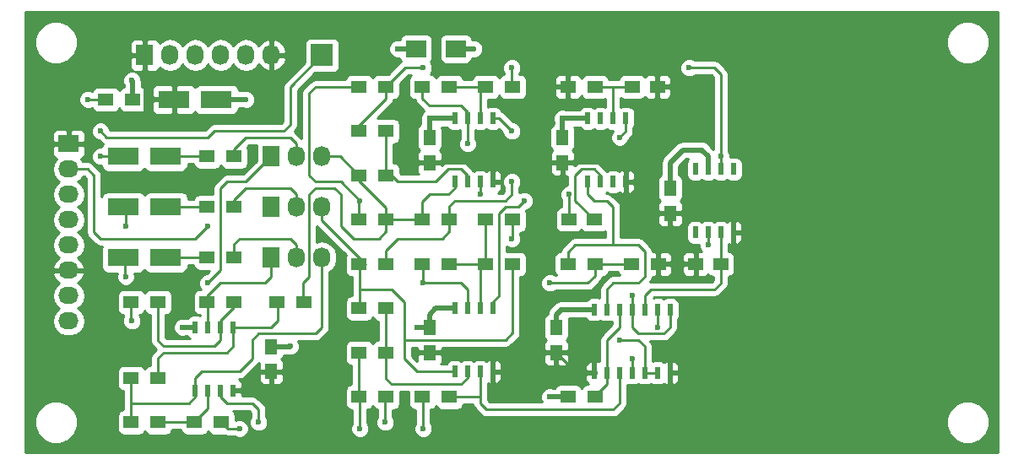
<source format=gbr>
G04 #@! TF.FileFunction,Copper,L1,Top,Signal*
%FSLAX46Y46*%
G04 Gerber Fmt 4.6, Leading zero omitted, Abs format (unit mm)*
G04 Created by KiCad (PCBNEW 4.0.2-stable) date 8/08/2016 13:57:25*
%MOMM*%
G01*
G04 APERTURE LIST*
%ADD10C,0.100000*%
%ADD11R,0.508000X1.143000*%
%ADD12R,1.500000X1.250000*%
%ADD13R,1.250000X1.500000*%
%ADD14R,1.500000X1.300000*%
%ADD15R,1.727200X2.032000*%
%ADD16O,1.727200X2.032000*%
%ADD17R,2.032000X1.727200*%
%ADD18O,2.032000X1.727200*%
%ADD19R,2.235200X2.235200*%
%ADD20R,3.149600X1.800860*%
%ADD21R,2.000000X1.700000*%
%ADD22C,0.600000*%
%ADD23C,0.250000*%
%ADD24C,0.500000*%
%ADD25C,0.254000*%
G04 APERTURE END LIST*
D10*
D11*
X80645000Y-57277000D03*
X81915000Y-57277000D03*
X83185000Y-57277000D03*
X84455000Y-57277000D03*
X85725000Y-57277000D03*
X86995000Y-57277000D03*
X88265000Y-57277000D03*
X88265000Y-50927000D03*
X86995000Y-50927000D03*
X84455000Y-50927000D03*
X83185000Y-50927000D03*
X81915000Y-50927000D03*
X80645000Y-50927000D03*
X85725000Y-50927000D03*
X66675000Y-50800000D03*
X67945000Y-50800000D03*
X69215000Y-50800000D03*
X70485000Y-50800000D03*
X70485000Y-57150000D03*
X69215000Y-57150000D03*
X67945000Y-57150000D03*
X66675000Y-57150000D03*
D12*
X78125000Y-41910000D03*
X80625000Y-41910000D03*
X84475000Y-28575000D03*
X86975000Y-28575000D03*
D13*
X76835000Y-55225000D03*
X76835000Y-52725000D03*
X64135000Y-36175000D03*
X64135000Y-33675000D03*
X64135000Y-55225000D03*
X64135000Y-52725000D03*
X77470000Y-36175000D03*
X77470000Y-33675000D03*
X48260000Y-57130000D03*
X48260000Y-54630000D03*
D14*
X63420000Y-41910000D03*
X66120000Y-41910000D03*
X41830000Y-35560000D03*
X44530000Y-35560000D03*
X57070000Y-46355000D03*
X59770000Y-46355000D03*
X57070000Y-37465000D03*
X59770000Y-37465000D03*
X63420000Y-28575000D03*
X66120000Y-28575000D03*
X57070000Y-33020000D03*
X59770000Y-33020000D03*
X69770000Y-28575000D03*
X72470000Y-28575000D03*
X57070000Y-41910000D03*
X59770000Y-41910000D03*
X41830000Y-40640000D03*
X44530000Y-40640000D03*
X57070000Y-28575000D03*
X59770000Y-28575000D03*
X57070000Y-50800000D03*
X59770000Y-50800000D03*
X69770000Y-46355000D03*
X72470000Y-46355000D03*
X63420000Y-46355000D03*
X66120000Y-46355000D03*
X57070000Y-55245000D03*
X59770000Y-55245000D03*
X69770000Y-41910000D03*
X72470000Y-41910000D03*
X48815000Y-50165000D03*
X51515000Y-50165000D03*
X41830000Y-45720000D03*
X44530000Y-45720000D03*
X36910000Y-57785000D03*
X34210000Y-57785000D03*
X34210000Y-62230000D03*
X36910000Y-62230000D03*
X41830000Y-50165000D03*
X44530000Y-50165000D03*
X43260000Y-62230000D03*
X40560000Y-62230000D03*
X34210000Y-50165000D03*
X36910000Y-50165000D03*
X78025000Y-28575000D03*
X80725000Y-28575000D03*
D11*
X66675000Y-31750000D03*
X67945000Y-31750000D03*
X69215000Y-31750000D03*
X70485000Y-31750000D03*
X70485000Y-38100000D03*
X69215000Y-38100000D03*
X67945000Y-38100000D03*
X66675000Y-38100000D03*
X40640000Y-52705000D03*
X41910000Y-52705000D03*
X43180000Y-52705000D03*
X44450000Y-52705000D03*
X44450000Y-59055000D03*
X43180000Y-59055000D03*
X41910000Y-59055000D03*
X40640000Y-59055000D03*
X80010000Y-31750000D03*
X81280000Y-31750000D03*
X82550000Y-31750000D03*
X83820000Y-31750000D03*
X83820000Y-38100000D03*
X82550000Y-38100000D03*
X81280000Y-38100000D03*
X80010000Y-38100000D03*
D15*
X35560000Y-25400000D03*
D16*
X38100000Y-25400000D03*
X40640000Y-25400000D03*
X43180000Y-25400000D03*
X45720000Y-25400000D03*
X48260000Y-25400000D03*
D14*
X78025000Y-46355000D03*
X80725000Y-46355000D03*
X87075000Y-46355000D03*
X84375000Y-46355000D03*
D15*
X48260000Y-35560000D03*
D16*
X50800000Y-35560000D03*
X53340000Y-35560000D03*
D15*
X48260000Y-40640000D03*
D16*
X50800000Y-40640000D03*
X53340000Y-40640000D03*
D15*
X48260000Y-45720000D03*
D16*
X50800000Y-45720000D03*
X53340000Y-45720000D03*
D12*
X90825000Y-46355000D03*
X93325000Y-46355000D03*
D14*
X78025000Y-59690000D03*
X80725000Y-59690000D03*
D11*
X90805000Y-36830000D03*
X92075000Y-36830000D03*
X93345000Y-36830000D03*
X94615000Y-36830000D03*
X94615000Y-43180000D03*
X93345000Y-43180000D03*
X92075000Y-43180000D03*
X90805000Y-43180000D03*
D13*
X88265000Y-41255000D03*
X88265000Y-38755000D03*
D14*
X63420000Y-59690000D03*
X66120000Y-59690000D03*
X57070000Y-59690000D03*
X59770000Y-59690000D03*
D17*
X27940000Y-34290000D03*
D18*
X27940000Y-36830000D03*
X27940000Y-39370000D03*
X27940000Y-41910000D03*
X27940000Y-44450000D03*
X27940000Y-46990000D03*
X27940000Y-49530000D03*
X27940000Y-52070000D03*
D19*
X53340000Y-25400000D03*
D14*
X31670000Y-29845000D03*
X34370000Y-29845000D03*
D20*
X33434020Y-35560000D03*
X37685980Y-35560000D03*
X33434020Y-40640000D03*
X37685980Y-40640000D03*
X38514020Y-29845000D03*
X42765980Y-29845000D03*
X33434020Y-45720000D03*
X37685980Y-45720000D03*
D21*
X62770000Y-24765000D03*
X66770000Y-24765000D03*
D22*
X31115000Y-35560000D03*
X33655000Y-42545000D03*
X69215000Y-39370000D03*
X78105000Y-39370000D03*
X91440000Y-34925000D03*
X76200000Y-59690000D03*
X77470000Y-31750000D03*
X68580000Y-24765000D03*
X77470000Y-50927000D03*
X45720000Y-29845000D03*
X64135000Y-31750000D03*
X50165000Y-54610000D03*
X39370000Y-52705000D03*
X62865000Y-52705000D03*
X34290000Y-27940000D03*
X84455000Y-55880000D03*
X72390000Y-38100000D03*
X72390000Y-33020000D03*
X73660000Y-40005000D03*
X57150000Y-40005000D03*
X41910000Y-42545000D03*
X76200000Y-48260000D03*
X63500000Y-48260000D03*
X41910000Y-48260000D03*
X67945000Y-34290000D03*
X72390000Y-43815000D03*
X84455000Y-49530000D03*
X93345000Y-35560000D03*
X92075000Y-44450000D03*
X34290000Y-52070000D03*
X45085000Y-62865000D03*
X63500000Y-62865000D03*
X63500000Y-26670000D03*
X90170000Y-26670000D03*
X57150000Y-62865000D03*
X72390000Y-26670000D03*
X86995000Y-52705000D03*
X46990000Y-62230000D03*
X59690000Y-62230000D03*
X31115000Y-33020000D03*
X29845000Y-29845000D03*
X33655000Y-47625000D03*
X60960000Y-24765000D03*
X83185000Y-33655000D03*
X83185000Y-53975000D03*
D23*
X31115000Y-35560000D02*
X33561020Y-35560000D01*
X37558980Y-35560000D02*
X41830000Y-35560000D01*
X33561020Y-40640000D02*
X33561020Y-41181020D01*
X33561020Y-41181020D02*
X33655000Y-41275000D01*
X33655000Y-41275000D02*
X33655000Y-42545000D01*
X37558980Y-40640000D02*
X41830000Y-40640000D01*
X70485000Y-38100000D02*
X70485000Y-36175000D01*
X70485000Y-36175000D02*
X70485000Y-36195000D01*
X70485000Y-36195000D02*
X70485000Y-36175000D01*
X64135000Y-36175000D02*
X70485000Y-36175000D01*
X70485000Y-36175000D02*
X77470000Y-36175000D01*
X88265000Y-41255000D02*
X93960000Y-41255000D01*
X94615000Y-41910000D02*
X94615000Y-43180000D01*
X93960000Y-41255000D02*
X94615000Y-41910000D01*
X88265000Y-41255000D02*
X86995000Y-41255000D01*
X86995000Y-41255000D02*
X86995000Y-41275000D01*
X86995000Y-46275000D02*
X86995000Y-41275000D01*
X86995000Y-41275000D02*
X86995000Y-37465000D01*
X85725000Y-36195000D02*
X86995000Y-37465000D01*
X85725000Y-36195000D02*
X83820000Y-36195000D01*
X86995000Y-46275000D02*
X87075000Y-46355000D01*
X74295000Y-55225000D02*
X74295000Y-41910000D01*
X74950000Y-41255000D02*
X74950000Y-36175000D01*
X74295000Y-41910000D02*
X74950000Y-41255000D01*
X51435000Y-64135000D02*
X86360000Y-64135000D01*
X50800000Y-64135000D02*
X51435000Y-64135000D01*
X88265000Y-62230000D02*
X88265000Y-57277000D01*
X86360000Y-64135000D02*
X88265000Y-62230000D01*
X90805000Y-46355000D02*
X87075000Y-46355000D01*
X76835000Y-55225000D02*
X76835000Y-55245000D01*
X76835000Y-55245000D02*
X78867000Y-57277000D01*
X78867000Y-57277000D02*
X80645000Y-57277000D01*
X80010000Y-26670000D02*
X86360000Y-26670000D01*
X86975000Y-27285000D02*
X86975000Y-28575000D01*
X86360000Y-26670000D02*
X86975000Y-27285000D01*
X78025000Y-28575000D02*
X78025000Y-26750000D01*
X78105000Y-26670000D02*
X80010000Y-26670000D01*
X78025000Y-26750000D02*
X78105000Y-26670000D01*
X74950000Y-36175000D02*
X74930000Y-36195000D01*
X44450000Y-59055000D02*
X48280000Y-59055000D01*
X80010000Y-26670000D02*
X80010000Y-22225000D01*
X48260000Y-22860000D02*
X48260000Y-25400000D01*
X48895000Y-22225000D02*
X80010000Y-22225000D01*
X48260000Y-22860000D02*
X48895000Y-22225000D01*
X38514020Y-29845000D02*
X35560000Y-29845000D01*
X87075000Y-46355000D02*
X87630000Y-46355000D01*
X27940000Y-46990000D02*
X29845000Y-46990000D01*
X31750000Y-63500000D02*
X32385000Y-64135000D01*
X32385000Y-64135000D02*
X50165000Y-64135000D01*
X50165000Y-64135000D02*
X50800000Y-64135000D01*
X31750000Y-50800000D02*
X31750000Y-59055000D01*
X30480000Y-49530000D02*
X31750000Y-50800000D01*
X31750000Y-59055000D02*
X31750000Y-63500000D01*
X29845000Y-48895000D02*
X30480000Y-49530000D01*
X29845000Y-46990000D02*
X29845000Y-48895000D01*
X27940000Y-34290000D02*
X27940000Y-31750000D01*
X35560000Y-28575000D02*
X35560000Y-29845000D01*
X35560000Y-29845000D02*
X35560000Y-31750000D01*
X27940000Y-31750000D02*
X35560000Y-31750000D01*
X26035000Y-46990000D02*
X26035000Y-37465000D01*
X26670000Y-34290000D02*
X26035000Y-34290000D01*
X26670000Y-34290000D02*
X27940000Y-34290000D01*
X27940000Y-46990000D02*
X26035000Y-46990000D01*
X26035000Y-34290000D02*
X26035000Y-37465000D01*
X50800000Y-64135000D02*
X50800000Y-59055000D01*
X50800000Y-59055000D02*
X48280000Y-59055000D01*
X74930000Y-31115000D02*
X74930000Y-29210000D01*
X75565000Y-28575000D02*
X78025000Y-28575000D01*
X74930000Y-29210000D02*
X75565000Y-28575000D01*
X48280000Y-59055000D02*
X48260000Y-59075000D01*
X48280000Y-59055000D02*
X48260000Y-59075000D01*
X74930000Y-36195000D02*
X74930000Y-34925000D01*
X74930000Y-34925000D02*
X74930000Y-31115000D01*
X74930000Y-31115000D02*
X74930000Y-31035000D01*
X74930000Y-36195000D02*
X74950000Y-36175000D01*
X27940000Y-46990000D02*
X27305000Y-46990000D01*
X35560000Y-25400000D02*
X35560000Y-28575000D01*
X86995000Y-28595000D02*
X86975000Y-28575000D01*
X77470000Y-36175000D02*
X83820000Y-36195000D01*
X83820000Y-36830000D02*
X83820000Y-38100000D01*
X83820000Y-36195000D02*
X83820000Y-36830000D01*
X70485000Y-55225000D02*
X70485000Y-55880000D01*
X70485000Y-55880000D02*
X70485000Y-57150000D01*
X70485000Y-55225000D02*
X70485000Y-55245000D01*
X70485000Y-55245000D02*
X70485000Y-55225000D01*
X76835000Y-55225000D02*
X74295000Y-55225000D01*
X74295000Y-55225000D02*
X70485000Y-55225000D01*
X70485000Y-55225000D02*
X69830000Y-55225000D01*
X69830000Y-55225000D02*
X66040000Y-55225000D01*
X66040000Y-55225000D02*
X64135000Y-55225000D01*
X48260000Y-59075000D02*
X48260000Y-57130000D01*
X88265000Y-57277000D02*
X88265000Y-57785000D01*
X69215000Y-39370000D02*
X69215000Y-38100000D01*
X78125000Y-41910000D02*
X78125000Y-39390000D01*
X78125000Y-39390000D02*
X78105000Y-39370000D01*
X80625000Y-41910000D02*
X80625000Y-41890000D01*
X80625000Y-41890000D02*
X78740000Y-40005000D01*
X78740000Y-40005000D02*
X78740000Y-37465000D01*
X78740000Y-37465000D02*
X79375000Y-36830000D01*
X79375000Y-36830000D02*
X80645000Y-36830000D01*
X80645000Y-36830000D02*
X81280000Y-37465000D01*
X81280000Y-37465000D02*
X81280000Y-38100000D01*
X82550000Y-31750000D02*
X82550000Y-28575000D01*
X84475000Y-28575000D02*
X82550000Y-28575000D01*
X82550000Y-28575000D02*
X80725000Y-28575000D01*
X84455000Y-28595000D02*
X84475000Y-28575000D01*
D24*
X88265000Y-38755000D02*
X88265000Y-36195000D01*
X89535000Y-34925000D02*
X91440000Y-34925000D01*
X88265000Y-36195000D02*
X89535000Y-34925000D01*
X91440000Y-34925000D02*
X91420000Y-34905000D01*
X92075000Y-36830000D02*
X92075000Y-35560000D01*
X92075000Y-35560000D02*
X91420000Y-34905000D01*
X76200000Y-59690000D02*
X78025000Y-59690000D01*
X66770000Y-24765000D02*
X68580000Y-24765000D01*
X64135000Y-52725000D02*
X64135000Y-51435000D01*
X64770000Y-50800000D02*
X66675000Y-50800000D01*
X64135000Y-51435000D02*
X64770000Y-50800000D01*
X80645000Y-50927000D02*
X77470000Y-50927000D01*
X77470000Y-50927000D02*
X77343000Y-50927000D01*
X76835000Y-51435000D02*
X76835000Y-52725000D01*
X77343000Y-50927000D02*
X76835000Y-51435000D01*
X42765980Y-29845000D02*
X45720000Y-29845000D01*
X80010000Y-31750000D02*
X77470000Y-31750000D01*
X77470000Y-31750000D02*
X77470000Y-33675000D01*
X34370000Y-28020000D02*
X34370000Y-29845000D01*
X34290000Y-27940000D02*
X34370000Y-28020000D01*
D23*
X80518000Y-50800000D02*
X80645000Y-50927000D01*
X76835000Y-52705000D02*
X76835000Y-52725000D01*
X77470000Y-33675000D02*
X77470000Y-33020000D01*
D24*
X64135000Y-31750000D02*
X66675000Y-31750000D01*
X64135000Y-33675000D02*
X64135000Y-31750000D01*
X48260000Y-54630000D02*
X50145000Y-54630000D01*
X50145000Y-54630000D02*
X50165000Y-54610000D01*
X64135000Y-52725000D02*
X62885000Y-52725000D01*
X39370000Y-52705000D02*
X40640000Y-52705000D01*
X62885000Y-52725000D02*
X62865000Y-52705000D01*
D23*
X64135000Y-33675000D02*
X64135000Y-33655000D01*
X84455000Y-57277000D02*
X84455000Y-55880000D01*
X66120000Y-41910000D02*
X66120000Y-40560000D01*
X71120000Y-31750000D02*
X72390000Y-33020000D01*
X69850000Y-40005000D02*
X71755000Y-40005000D01*
X71755000Y-40005000D02*
X72390000Y-39370000D01*
X72390000Y-38100000D02*
X72390000Y-39370000D01*
X71120000Y-31750000D02*
X70485000Y-31750000D01*
X66675000Y-40005000D02*
X69850000Y-40005000D01*
X66120000Y-40560000D02*
X66675000Y-40005000D01*
X59770000Y-46355000D02*
X59770000Y-45005000D01*
X66120000Y-43100000D02*
X66120000Y-41910000D01*
X65405000Y-43815000D02*
X66120000Y-43100000D01*
X60960000Y-43815000D02*
X65405000Y-43815000D01*
X59770000Y-45005000D02*
X60960000Y-43815000D01*
X59770000Y-46355000D02*
X59770000Y-46275000D01*
X59770000Y-37465000D02*
X59770000Y-33020000D01*
X59770000Y-37465000D02*
X60325000Y-37465000D01*
X60325000Y-37465000D02*
X60960000Y-38100000D01*
X60960000Y-38100000D02*
X64770000Y-38100000D01*
X64770000Y-38100000D02*
X66040000Y-36830000D01*
X66040000Y-36830000D02*
X67310000Y-36830000D01*
X67310000Y-36830000D02*
X67945000Y-37465000D01*
X67945000Y-37465000D02*
X67945000Y-38100000D01*
X69215000Y-31750000D02*
X69215000Y-29130000D01*
X69215000Y-29130000D02*
X69770000Y-28575000D01*
X69770000Y-28575000D02*
X66120000Y-28575000D01*
X67310000Y-58420000D02*
X67945000Y-57785000D01*
X59770000Y-57865000D02*
X60325000Y-58420000D01*
X60325000Y-58420000D02*
X67310000Y-58420000D01*
X59770000Y-55245000D02*
X59770000Y-57865000D01*
X67945000Y-57785000D02*
X67945000Y-57150000D01*
X59770000Y-50800000D02*
X59770000Y-55245000D01*
X69215000Y-50800000D02*
X69215000Y-46910000D01*
X69215000Y-46910000D02*
X69770000Y-46355000D01*
X69850000Y-46435000D02*
X69770000Y-46355000D01*
X69770000Y-46355000D02*
X69770000Y-41910000D01*
X66120000Y-46355000D02*
X69770000Y-46355000D01*
X66040000Y-46435000D02*
X66120000Y-46355000D01*
X36910000Y-57785000D02*
X36910000Y-55800000D01*
X44450000Y-54610000D02*
X44450000Y-52705000D01*
X43815000Y-55245000D02*
X44450000Y-54610000D01*
X37465000Y-55245000D02*
X43815000Y-55245000D01*
X36910000Y-55800000D02*
X37465000Y-55245000D01*
X48260000Y-52705000D02*
X48895000Y-52070000D01*
X44450000Y-52705000D02*
X48260000Y-52705000D01*
X48895000Y-52070000D02*
X48895000Y-50245000D01*
X48895000Y-50245000D02*
X48815000Y-50165000D01*
X41910000Y-59055000D02*
X41910000Y-60880000D01*
X41910000Y-60880000D02*
X40560000Y-62230000D01*
X36910000Y-62230000D02*
X40560000Y-62230000D01*
X43180000Y-52705000D02*
X43180000Y-53975000D01*
X36910000Y-54055000D02*
X36910000Y-50165000D01*
X37465000Y-54610000D02*
X36910000Y-54055000D01*
X42545000Y-54610000D02*
X37465000Y-54610000D01*
X43180000Y-53975000D02*
X42545000Y-54610000D01*
X43180000Y-52705000D02*
X43180000Y-52070000D01*
X43180000Y-52070000D02*
X44530000Y-50720000D01*
X44530000Y-50720000D02*
X44530000Y-50165000D01*
X36910000Y-50165000D02*
X36910000Y-50085000D01*
X70485000Y-50800000D02*
X70485000Y-50165000D01*
X73025000Y-40640000D02*
X73660000Y-40005000D01*
X71755000Y-40640000D02*
X73025000Y-40640000D01*
X71120000Y-41275000D02*
X71755000Y-40640000D01*
X71120000Y-49530000D02*
X71120000Y-41275000D01*
X70485000Y-50165000D02*
X71120000Y-49530000D01*
X57150000Y-40005000D02*
X55245000Y-38100000D01*
X54610000Y-38100000D02*
X52705000Y-38100000D01*
X52705000Y-38100000D02*
X52070000Y-37465000D01*
X52705000Y-28575000D02*
X57070000Y-28575000D01*
X52070000Y-29210000D02*
X52705000Y-28575000D01*
X52070000Y-37465000D02*
X52070000Y-29210000D01*
X55245000Y-38100000D02*
X54610000Y-38100000D01*
X57070000Y-41910000D02*
X57070000Y-40085000D01*
X57070000Y-40085000D02*
X57150000Y-40005000D01*
X57150000Y-40005000D02*
X57070000Y-40085000D01*
X57070000Y-28575000D02*
X57070000Y-28655000D01*
X80645000Y-40005000D02*
X81915000Y-40005000D01*
X80010000Y-39370000D02*
X80645000Y-40005000D01*
X80010000Y-38100000D02*
X80010000Y-39370000D01*
X82550000Y-40640000D02*
X82550000Y-44450000D01*
X81915000Y-40005000D02*
X82550000Y-40640000D01*
X78740000Y-44450000D02*
X82550000Y-44450000D01*
X82550000Y-44450000D02*
X85090000Y-44450000D01*
X78740000Y-44450000D02*
X78025000Y-45165000D01*
X78025000Y-46355000D02*
X78025000Y-45165000D01*
X81915000Y-48895000D02*
X81915000Y-50927000D01*
X82550000Y-48260000D02*
X81915000Y-48895000D01*
X85090000Y-48260000D02*
X82550000Y-48260000D01*
X85725000Y-47625000D02*
X85090000Y-48260000D01*
X85725000Y-45085000D02*
X85725000Y-47625000D01*
X85090000Y-44450000D02*
X85725000Y-45085000D01*
X76200000Y-48260000D02*
X80010000Y-48260000D01*
X27940000Y-36830000D02*
X29845000Y-36830000D01*
X30480000Y-37465000D02*
X29845000Y-36830000D01*
X30480000Y-43180000D02*
X30480000Y-37465000D01*
X31115000Y-43815000D02*
X30480000Y-43180000D01*
X40640000Y-43815000D02*
X31115000Y-43815000D01*
X41910000Y-42545000D02*
X40640000Y-43815000D01*
X80725000Y-47545000D02*
X80725000Y-46355000D01*
X80010000Y-48260000D02*
X80725000Y-47545000D01*
X84375000Y-46355000D02*
X80725000Y-46355000D01*
X63500000Y-48260000D02*
X63500000Y-46435000D01*
X63500000Y-46435000D02*
X63420000Y-46355000D01*
X67945000Y-50800000D02*
X67945000Y-48895000D01*
X67310000Y-48260000D02*
X63500000Y-48260000D01*
X67945000Y-48895000D02*
X67310000Y-48260000D01*
X43180000Y-38735000D02*
X43180000Y-46990000D01*
X45720000Y-38100000D02*
X43815000Y-38100000D01*
X43815000Y-38100000D02*
X43180000Y-38735000D01*
X63420000Y-48180000D02*
X63500000Y-48260000D01*
X43180000Y-46990000D02*
X41910000Y-48260000D01*
X45720000Y-38100000D02*
X48260000Y-35560000D01*
X63420000Y-41910000D02*
X63420000Y-40085000D01*
X66675000Y-38735000D02*
X66675000Y-38100000D01*
X66040000Y-39370000D02*
X66675000Y-38735000D01*
X64135000Y-39370000D02*
X66040000Y-39370000D01*
X63420000Y-40085000D02*
X64135000Y-39370000D01*
X51435000Y-48260000D02*
X52070000Y-47625000D01*
X51435000Y-50085000D02*
X51435000Y-48260000D01*
X52070000Y-39370000D02*
X52705000Y-38735000D01*
X52070000Y-47625000D02*
X52070000Y-39370000D01*
X52705000Y-38735000D02*
X54610000Y-38735000D01*
X54610000Y-38735000D02*
X55245000Y-39370000D01*
X55245000Y-39370000D02*
X55245000Y-42545000D01*
X55245000Y-42545000D02*
X56515000Y-43815000D01*
X56515000Y-43815000D02*
X59055000Y-43815000D01*
X59055000Y-43815000D02*
X59770000Y-43100000D01*
X59770000Y-43100000D02*
X59770000Y-41910000D01*
X51435000Y-50085000D02*
X51515000Y-50165000D01*
X53340000Y-35560000D02*
X55165000Y-35560000D01*
X55165000Y-35560000D02*
X57070000Y-37465000D01*
X57070000Y-37465000D02*
X57070000Y-38020000D01*
X57070000Y-38020000D02*
X59770000Y-40720000D01*
X59770000Y-40720000D02*
X59770000Y-41910000D01*
X66595000Y-38180000D02*
X66675000Y-38100000D01*
X59770000Y-41910000D02*
X63420000Y-41910000D01*
X67945000Y-31750000D02*
X67945000Y-34290000D01*
X67945000Y-31750000D02*
X67945000Y-31115000D01*
X63420000Y-29765000D02*
X63420000Y-28575000D01*
X64135000Y-30480000D02*
X63420000Y-29765000D01*
X67310000Y-30480000D02*
X64135000Y-30480000D01*
X67945000Y-31115000D02*
X67310000Y-30480000D01*
X61595000Y-53975000D02*
X71755000Y-53975000D01*
X72470000Y-53260000D02*
X72470000Y-46355000D01*
X71755000Y-53975000D02*
X72470000Y-53260000D01*
X57150000Y-48895000D02*
X57150000Y-46435000D01*
X57150000Y-46435000D02*
X57070000Y-46355000D01*
X66675000Y-57150000D02*
X62865000Y-57150000D01*
X61595000Y-50165000D02*
X60325000Y-48895000D01*
X61595000Y-55880000D02*
X61595000Y-53975000D01*
X61595000Y-53975000D02*
X61595000Y-50165000D01*
X62865000Y-57150000D02*
X61595000Y-55880000D01*
X53340000Y-40640000D02*
X53340000Y-41990000D01*
X53340000Y-41990000D02*
X57705000Y-46355000D01*
X57150000Y-50720000D02*
X57150000Y-48895000D01*
X60325000Y-48895000D02*
X57150000Y-48895000D01*
X57150000Y-50720000D02*
X57070000Y-50800000D01*
X41830000Y-50165000D02*
X41830000Y-49610000D01*
X41830000Y-49610000D02*
X43180000Y-48260000D01*
X48260000Y-47625000D02*
X48260000Y-45720000D01*
X47625000Y-48260000D02*
X48260000Y-47625000D01*
X43180000Y-48260000D02*
X47625000Y-48260000D01*
X41910000Y-52705000D02*
X41910000Y-50245000D01*
X41910000Y-50245000D02*
X41830000Y-50165000D01*
X40640000Y-59055000D02*
X40640000Y-59690000D01*
X40005000Y-60325000D02*
X34210000Y-60325000D01*
X40640000Y-59690000D02*
X40005000Y-60325000D01*
X34210000Y-62230000D02*
X34210000Y-60325000D01*
X34210000Y-60325000D02*
X34210000Y-57785000D01*
X53340000Y-45720000D02*
X53340000Y-48260000D01*
X40640000Y-57785000D02*
X41275000Y-57150000D01*
X41275000Y-57150000D02*
X45085000Y-57150000D01*
X45085000Y-57150000D02*
X46355000Y-55880000D01*
X46355000Y-55880000D02*
X46355000Y-53975000D01*
X46355000Y-53975000D02*
X46990000Y-53340000D01*
X46990000Y-53340000D02*
X52705000Y-53340000D01*
X52705000Y-53340000D02*
X53340000Y-52705000D01*
X53340000Y-52705000D02*
X53340000Y-48260000D01*
X40640000Y-57785000D02*
X40640000Y-59055000D01*
X72470000Y-43735000D02*
X72470000Y-41910000D01*
X72390000Y-43815000D02*
X72470000Y-43735000D01*
X34290000Y-62150000D02*
X34210000Y-62230000D01*
X45720000Y-33655000D02*
X50165000Y-33655000D01*
X44530000Y-34845000D02*
X45720000Y-33655000D01*
X44530000Y-35560000D02*
X44530000Y-34845000D01*
X50800000Y-34290000D02*
X50800000Y-35560000D01*
X50165000Y-33655000D02*
X50800000Y-34290000D01*
X48895000Y-38735000D02*
X50165000Y-38735000D01*
X44530000Y-39925000D02*
X45720000Y-38735000D01*
X44530000Y-40640000D02*
X44530000Y-39925000D01*
X45720000Y-38735000D02*
X48895000Y-38735000D01*
X50800000Y-39370000D02*
X50800000Y-40640000D01*
X50165000Y-38735000D02*
X50800000Y-39370000D01*
X44530000Y-45720000D02*
X44530000Y-44370000D01*
X50800000Y-44450000D02*
X50800000Y-45720000D01*
X50165000Y-43815000D02*
X50800000Y-44450000D01*
X45085000Y-43815000D02*
X50165000Y-43815000D01*
X44530000Y-44370000D02*
X45085000Y-43815000D01*
X84455000Y-49530000D02*
X84455000Y-50927000D01*
X84455000Y-50927000D02*
X84455000Y-52705000D01*
X88265000Y-52705000D02*
X88265000Y-50927000D01*
X87630000Y-53340000D02*
X88265000Y-52705000D01*
X85090000Y-53340000D02*
X87630000Y-53340000D01*
X84455000Y-52705000D02*
X85090000Y-53340000D01*
X92075000Y-44450000D02*
X92075000Y-43180000D01*
X93345000Y-36830000D02*
X93345000Y-35560000D01*
X93345000Y-35560000D02*
X93345000Y-31750000D01*
X92710000Y-26670000D02*
X93345000Y-27305000D01*
X93345000Y-27305000D02*
X93345000Y-31750000D01*
X92710000Y-26670000D02*
X90170000Y-26670000D01*
X34210000Y-51990000D02*
X34210000Y-50165000D01*
X34290000Y-52070000D02*
X34210000Y-51990000D01*
X43895000Y-62865000D02*
X45085000Y-62865000D01*
X43895000Y-62865000D02*
X43260000Y-62230000D01*
X63500000Y-62865000D02*
X63500000Y-59770000D01*
X63500000Y-59770000D02*
X63420000Y-59690000D01*
X63500000Y-59770000D02*
X63420000Y-59690000D01*
X57070000Y-55245000D02*
X57070000Y-59690000D01*
X57150000Y-62865000D02*
X57150000Y-59770000D01*
X57150000Y-59770000D02*
X57070000Y-59690000D01*
X63500000Y-59770000D02*
X63420000Y-59690000D01*
X63420000Y-59690000D02*
X63420000Y-59610000D01*
X63500000Y-26670000D02*
X61675000Y-26670000D01*
X61675000Y-26670000D02*
X59770000Y-28575000D01*
X90170000Y-26670000D02*
X90170000Y-26670000D01*
X63420000Y-59610000D02*
X63420000Y-59690000D01*
X57070000Y-59690000D02*
X57150000Y-59690000D01*
X57150000Y-59690000D02*
X57070000Y-59690000D01*
X57070000Y-62865000D02*
X57150000Y-62865000D01*
X57150000Y-62865000D02*
X57150000Y-62865000D01*
X72390000Y-27940000D02*
X72390000Y-26670000D01*
X72390000Y-26670000D02*
X72310000Y-26670000D01*
X57070000Y-33020000D02*
X57070000Y-32465000D01*
X57070000Y-32465000D02*
X59770000Y-29765000D01*
X59770000Y-29765000D02*
X59770000Y-28575000D01*
X34210000Y-50165000D02*
X33655000Y-50165000D01*
X43173869Y-61841176D02*
X43173869Y-61921176D01*
X85725000Y-50927000D02*
X85725000Y-49530000D01*
X93325000Y-48280000D02*
X93325000Y-46355000D01*
X92710000Y-48895000D02*
X93325000Y-48280000D01*
X86360000Y-48895000D02*
X92710000Y-48895000D01*
X85725000Y-49530000D02*
X86360000Y-48895000D01*
X93325000Y-46355000D02*
X93325000Y-43200000D01*
X93325000Y-43200000D02*
X93345000Y-43180000D01*
X83185000Y-57277000D02*
X83185000Y-60325000D01*
X69235000Y-60345000D02*
X69235000Y-59690000D01*
X69850000Y-60960000D02*
X69235000Y-60345000D01*
X82550000Y-60960000D02*
X69850000Y-60960000D01*
X83185000Y-60325000D02*
X82550000Y-60960000D01*
X66120000Y-59690000D02*
X69235000Y-59690000D01*
X69235000Y-59690000D02*
X69235000Y-57170000D01*
X69235000Y-57170000D02*
X69215000Y-57150000D01*
X86995000Y-52705000D02*
X86995000Y-50927000D01*
X45085000Y-60325000D02*
X46355000Y-60325000D01*
X43180000Y-59055000D02*
X43180000Y-59690000D01*
X43815000Y-60325000D02*
X43180000Y-59690000D01*
X43815000Y-60325000D02*
X45085000Y-60325000D01*
X46990000Y-60960000D02*
X46990000Y-62230000D01*
X46355000Y-60325000D02*
X46990000Y-60960000D01*
X59690000Y-62230000D02*
X59690000Y-59770000D01*
X59690000Y-59770000D02*
X59770000Y-59690000D01*
X59770000Y-62150000D02*
X59690000Y-62230000D01*
X46970000Y-62210000D02*
X46990000Y-62230000D01*
X41910000Y-33655000D02*
X31750000Y-33655000D01*
X50165000Y-32385000D02*
X49530000Y-33020000D01*
X49530000Y-33020000D02*
X42545000Y-33020000D01*
X42545000Y-33020000D02*
X41910000Y-33655000D01*
X53340000Y-25400000D02*
X50165000Y-28575000D01*
X50165000Y-28575000D02*
X50165000Y-32385000D01*
X31750000Y-33655000D02*
X31115000Y-33020000D01*
X31670000Y-29845000D02*
X29845000Y-29845000D01*
X33655000Y-47625000D02*
X33561020Y-47531020D01*
X33561020Y-47531020D02*
X33561020Y-45720000D01*
X37558980Y-45720000D02*
X41830000Y-45720000D01*
D24*
X62770000Y-24765000D02*
X60960000Y-24765000D01*
D23*
X81915000Y-57277000D02*
X81915000Y-53975000D01*
X83185000Y-52705000D02*
X83185000Y-50927000D01*
X81915000Y-53975000D02*
X83185000Y-52705000D01*
X80725000Y-59690000D02*
X80725000Y-59610000D01*
X80725000Y-59610000D02*
X81915000Y-58420000D01*
X81915000Y-58420000D02*
X81915000Y-57277000D01*
X85725000Y-55880000D02*
X85725000Y-54610000D01*
X83185000Y-33655000D02*
X83820000Y-33020000D01*
X83820000Y-31750000D02*
X83820000Y-33020000D01*
X85725000Y-55880000D02*
X85725000Y-57277000D01*
X85090000Y-53975000D02*
X83185000Y-53975000D01*
X85725000Y-54610000D02*
X85090000Y-53975000D01*
X85725000Y-57277000D02*
X86995000Y-57277000D01*
D25*
G36*
X121158000Y-65278000D02*
X23622000Y-65278000D01*
X23622000Y-62657567D01*
X24510626Y-62657567D01*
X24838622Y-63451377D01*
X25445428Y-64059244D01*
X26238664Y-64388624D01*
X27097567Y-64389374D01*
X27891377Y-64061378D01*
X28499244Y-63454572D01*
X28828624Y-62661336D01*
X28829374Y-61802433D01*
X28501378Y-61008623D01*
X27894572Y-60400756D01*
X27101336Y-60071376D01*
X26242433Y-60070626D01*
X25448623Y-60398622D01*
X24840756Y-61005428D01*
X24511376Y-61798664D01*
X24510626Y-62657567D01*
X23622000Y-62657567D01*
X23622000Y-49530000D01*
X26256655Y-49530000D01*
X26370729Y-50103489D01*
X26695585Y-50589670D01*
X27010366Y-50800000D01*
X26695585Y-51010330D01*
X26370729Y-51496511D01*
X26256655Y-52070000D01*
X26370729Y-52643489D01*
X26695585Y-53129670D01*
X27181766Y-53454526D01*
X27755255Y-53568600D01*
X28124745Y-53568600D01*
X28698234Y-53454526D01*
X29184415Y-53129670D01*
X29509271Y-52643489D01*
X29623345Y-52070000D01*
X29509271Y-51496511D01*
X29184415Y-51010330D01*
X28869634Y-50800000D01*
X29184415Y-50589670D01*
X29509271Y-50103489D01*
X29623345Y-49530000D01*
X29509271Y-48956511D01*
X29184415Y-48470330D01*
X28874931Y-48263539D01*
X29290732Y-47892036D01*
X29544709Y-47364791D01*
X29547358Y-47349026D01*
X29426217Y-47117000D01*
X28067000Y-47117000D01*
X28067000Y-47137000D01*
X27813000Y-47137000D01*
X27813000Y-47117000D01*
X26453783Y-47117000D01*
X26332642Y-47349026D01*
X26335291Y-47364791D01*
X26589268Y-47892036D01*
X27005069Y-48263539D01*
X26695585Y-48470330D01*
X26370729Y-48956511D01*
X26256655Y-49530000D01*
X23622000Y-49530000D01*
X23622000Y-36830000D01*
X26256655Y-36830000D01*
X26370729Y-37403489D01*
X26695585Y-37889670D01*
X27010366Y-38100000D01*
X26695585Y-38310330D01*
X26370729Y-38796511D01*
X26256655Y-39370000D01*
X26370729Y-39943489D01*
X26695585Y-40429670D01*
X27010366Y-40640000D01*
X26695585Y-40850330D01*
X26370729Y-41336511D01*
X26256655Y-41910000D01*
X26370729Y-42483489D01*
X26695585Y-42969670D01*
X27010366Y-43180000D01*
X26695585Y-43390330D01*
X26370729Y-43876511D01*
X26256655Y-44450000D01*
X26370729Y-45023489D01*
X26695585Y-45509670D01*
X27005069Y-45716461D01*
X26589268Y-46087964D01*
X26335291Y-46615209D01*
X26332642Y-46630974D01*
X26453783Y-46863000D01*
X27813000Y-46863000D01*
X27813000Y-46843000D01*
X28067000Y-46843000D01*
X28067000Y-46863000D01*
X29426217Y-46863000D01*
X29547358Y-46630974D01*
X29544709Y-46615209D01*
X29290732Y-46087964D01*
X28874931Y-45716461D01*
X29184415Y-45509670D01*
X29509271Y-45023489D01*
X29623345Y-44450000D01*
X29509271Y-43876511D01*
X29184415Y-43390330D01*
X28869634Y-43180000D01*
X29184415Y-42969670D01*
X29509271Y-42483489D01*
X29623345Y-41910000D01*
X29509271Y-41336511D01*
X29184415Y-40850330D01*
X28869634Y-40640000D01*
X29184415Y-40429670D01*
X29509271Y-39943489D01*
X29623345Y-39370000D01*
X29509271Y-38796511D01*
X29184415Y-38310330D01*
X28869634Y-38100000D01*
X29184415Y-37889670D01*
X29384648Y-37590000D01*
X29530198Y-37590000D01*
X29720000Y-37779802D01*
X29720000Y-43180000D01*
X29777852Y-43470839D01*
X29942599Y-43717401D01*
X30577599Y-44352401D01*
X30824161Y-44517148D01*
X31115000Y-44575000D01*
X31261307Y-44575000D01*
X31211780Y-44819570D01*
X31211780Y-46620430D01*
X31256058Y-46855747D01*
X31395130Y-47071871D01*
X31607330Y-47216861D01*
X31859220Y-47267870D01*
X32790890Y-47267870D01*
X32720162Y-47438201D01*
X32719838Y-47810167D01*
X32861883Y-48153943D01*
X33124673Y-48417192D01*
X33468201Y-48559838D01*
X33840167Y-48560162D01*
X34183943Y-48418117D01*
X34447192Y-48155327D01*
X34589838Y-47811799D01*
X34590162Y-47439833D01*
X34519109Y-47267870D01*
X35008820Y-47267870D01*
X35244137Y-47223592D01*
X35460261Y-47084520D01*
X35560669Y-46937568D01*
X35647090Y-47071871D01*
X35859290Y-47216861D01*
X36111180Y-47267870D01*
X39260780Y-47267870D01*
X39496097Y-47223592D01*
X39712221Y-47084520D01*
X39857211Y-46872320D01*
X39908220Y-46620430D01*
X39908220Y-46480000D01*
X40453258Y-46480000D01*
X40476838Y-46605317D01*
X40615910Y-46821441D01*
X40828110Y-46966431D01*
X41080000Y-47017440D01*
X42077758Y-47017440D01*
X41770320Y-47324878D01*
X41724833Y-47324838D01*
X41381057Y-47466883D01*
X41117808Y-47729673D01*
X40975162Y-48073201D01*
X40974838Y-48445167D01*
X41116883Y-48788943D01*
X41195363Y-48867560D01*
X41080000Y-48867560D01*
X40844683Y-48911838D01*
X40628559Y-49050910D01*
X40483569Y-49263110D01*
X40432560Y-49515000D01*
X40432560Y-50815000D01*
X40476838Y-51050317D01*
X40615910Y-51266441D01*
X40828110Y-51411431D01*
X41080000Y-51462440D01*
X41150000Y-51462440D01*
X41150000Y-51539877D01*
X41145890Y-51537069D01*
X40894000Y-51486060D01*
X40386000Y-51486060D01*
X40150683Y-51530338D01*
X39934559Y-51669410D01*
X39831665Y-51820000D01*
X39676822Y-51820000D01*
X39556799Y-51770162D01*
X39184833Y-51769838D01*
X38841057Y-51911883D01*
X38577808Y-52174673D01*
X38435162Y-52518201D01*
X38434838Y-52890167D01*
X38576883Y-53233943D01*
X38839673Y-53497192D01*
X39183201Y-53639838D01*
X39555167Y-53640162D01*
X39676569Y-53590000D01*
X39833147Y-53590000D01*
X39921910Y-53727941D01*
X40100549Y-53850000D01*
X37779802Y-53850000D01*
X37670000Y-53740198D01*
X37670000Y-51460558D01*
X37895317Y-51418162D01*
X38111441Y-51279090D01*
X38256431Y-51066890D01*
X38307440Y-50815000D01*
X38307440Y-49515000D01*
X38263162Y-49279683D01*
X38124090Y-49063559D01*
X37911890Y-48918569D01*
X37660000Y-48867560D01*
X36160000Y-48867560D01*
X35924683Y-48911838D01*
X35708559Y-49050910D01*
X35563569Y-49263110D01*
X35560919Y-49276197D01*
X35424090Y-49063559D01*
X35211890Y-48918569D01*
X34960000Y-48867560D01*
X33460000Y-48867560D01*
X33224683Y-48911838D01*
X33008559Y-49050910D01*
X32863569Y-49263110D01*
X32812560Y-49515000D01*
X32812560Y-50815000D01*
X32856838Y-51050317D01*
X32995910Y-51266441D01*
X33208110Y-51411431D01*
X33450000Y-51460415D01*
X33450000Y-51654807D01*
X33355162Y-51883201D01*
X33354838Y-52255167D01*
X33496883Y-52598943D01*
X33759673Y-52862192D01*
X34103201Y-53004838D01*
X34475167Y-53005162D01*
X34818943Y-52863117D01*
X35082192Y-52600327D01*
X35224838Y-52256799D01*
X35225162Y-51884833D01*
X35083117Y-51541057D01*
X34997579Y-51455369D01*
X35195317Y-51418162D01*
X35411441Y-51279090D01*
X35556431Y-51066890D01*
X35559081Y-51053803D01*
X35695910Y-51266441D01*
X35908110Y-51411431D01*
X36150000Y-51460415D01*
X36150000Y-54055000D01*
X36207852Y-54345839D01*
X36372599Y-54592401D01*
X36707698Y-54927500D01*
X36372599Y-55262599D01*
X36207852Y-55509161D01*
X36150000Y-55800000D01*
X36150000Y-56489442D01*
X35924683Y-56531838D01*
X35708559Y-56670910D01*
X35563569Y-56883110D01*
X35560919Y-56896197D01*
X35424090Y-56683559D01*
X35211890Y-56538569D01*
X34960000Y-56487560D01*
X33460000Y-56487560D01*
X33224683Y-56531838D01*
X33008559Y-56670910D01*
X32863569Y-56883110D01*
X32812560Y-57135000D01*
X32812560Y-58435000D01*
X32856838Y-58670317D01*
X32995910Y-58886441D01*
X33208110Y-59031431D01*
X33450000Y-59080415D01*
X33450000Y-60934442D01*
X33224683Y-60976838D01*
X33008559Y-61115910D01*
X32863569Y-61328110D01*
X32812560Y-61580000D01*
X32812560Y-62880000D01*
X32856838Y-63115317D01*
X32995910Y-63331441D01*
X33208110Y-63476431D01*
X33460000Y-63527440D01*
X34960000Y-63527440D01*
X35195317Y-63483162D01*
X35411441Y-63344090D01*
X35556431Y-63131890D01*
X35559081Y-63118803D01*
X35695910Y-63331441D01*
X35908110Y-63476431D01*
X36160000Y-63527440D01*
X37660000Y-63527440D01*
X37895317Y-63483162D01*
X38111441Y-63344090D01*
X38256431Y-63131890D01*
X38285164Y-62990000D01*
X39183258Y-62990000D01*
X39206838Y-63115317D01*
X39345910Y-63331441D01*
X39558110Y-63476431D01*
X39810000Y-63527440D01*
X41310000Y-63527440D01*
X41545317Y-63483162D01*
X41761441Y-63344090D01*
X41906431Y-63131890D01*
X41909081Y-63118803D01*
X42045910Y-63331441D01*
X42258110Y-63476431D01*
X42510000Y-63527440D01*
X43544734Y-63527440D01*
X43604161Y-63567148D01*
X43895000Y-63625000D01*
X44522537Y-63625000D01*
X44554673Y-63657192D01*
X44898201Y-63799838D01*
X45270167Y-63800162D01*
X45613943Y-63658117D01*
X45877192Y-63395327D01*
X46019838Y-63051799D01*
X46020162Y-62679833D01*
X45878117Y-62336057D01*
X45615327Y-62072808D01*
X45271799Y-61930162D01*
X44899833Y-61929838D01*
X44657440Y-62029993D01*
X44657440Y-61580000D01*
X44613162Y-61344683D01*
X44474090Y-61128559D01*
X44410339Y-61085000D01*
X46040198Y-61085000D01*
X46230000Y-61274802D01*
X46230000Y-61667537D01*
X46197808Y-61699673D01*
X46055162Y-62043201D01*
X46054838Y-62415167D01*
X46196883Y-62758943D01*
X46459673Y-63022192D01*
X46803201Y-63164838D01*
X47175167Y-63165162D01*
X47518943Y-63023117D01*
X47782192Y-62760327D01*
X47924838Y-62416799D01*
X47925162Y-62044833D01*
X47783117Y-61701057D01*
X47750000Y-61667882D01*
X47750000Y-60960000D01*
X47692148Y-60669161D01*
X47527401Y-60422599D01*
X46892401Y-59787599D01*
X46645839Y-59622852D01*
X46355000Y-59565000D01*
X45339000Y-59565000D01*
X45339000Y-59340750D01*
X45180250Y-59182000D01*
X44577000Y-59182000D01*
X44577000Y-59202000D01*
X44323000Y-59202000D01*
X44323000Y-59182000D01*
X44303000Y-59182000D01*
X44303000Y-58928000D01*
X44323000Y-58928000D01*
X44323000Y-58908000D01*
X44577000Y-58908000D01*
X44577000Y-58928000D01*
X45180250Y-58928000D01*
X45339000Y-58769250D01*
X45339000Y-58357190D01*
X45242327Y-58123801D01*
X45063698Y-57945173D01*
X44978783Y-57910000D01*
X45085000Y-57910000D01*
X45375839Y-57852148D01*
X45622401Y-57687401D01*
X45894052Y-57415750D01*
X47000000Y-57415750D01*
X47000000Y-58006309D01*
X47096673Y-58239698D01*
X47275301Y-58418327D01*
X47508690Y-58515000D01*
X47974250Y-58515000D01*
X48133000Y-58356250D01*
X48133000Y-57257000D01*
X48387000Y-57257000D01*
X48387000Y-58356250D01*
X48545750Y-58515000D01*
X49011310Y-58515000D01*
X49244699Y-58418327D01*
X49423327Y-58239698D01*
X49520000Y-58006309D01*
X49520000Y-57415750D01*
X49361250Y-57257000D01*
X48387000Y-57257000D01*
X48133000Y-57257000D01*
X47158750Y-57257000D01*
X47000000Y-57415750D01*
X45894052Y-57415750D01*
X46892401Y-56417401D01*
X47000000Y-56256368D01*
X47000000Y-56844250D01*
X47158750Y-57003000D01*
X48133000Y-57003000D01*
X48133000Y-56983000D01*
X48387000Y-56983000D01*
X48387000Y-57003000D01*
X49361250Y-57003000D01*
X49520000Y-56844250D01*
X49520000Y-56253691D01*
X49423327Y-56020302D01*
X49282090Y-55879064D01*
X49336441Y-55844090D01*
X49481431Y-55631890D01*
X49505102Y-55515000D01*
X49906343Y-55515000D01*
X49978201Y-55544838D01*
X50350167Y-55545162D01*
X50693943Y-55403117D01*
X50957192Y-55140327D01*
X51099838Y-54796799D01*
X51100162Y-54424833D01*
X50965944Y-54100000D01*
X52705000Y-54100000D01*
X52995839Y-54042148D01*
X53242401Y-53877401D01*
X53877401Y-53242401D01*
X54042148Y-52995839D01*
X54100000Y-52705000D01*
X54100000Y-47164648D01*
X54399670Y-46964415D01*
X54724526Y-46478234D01*
X54838600Y-45904745D01*
X54838600Y-45535255D01*
X54724526Y-44961766D01*
X54399670Y-44475585D01*
X53913489Y-44150729D01*
X53340000Y-44036655D01*
X52830000Y-44138100D01*
X52830000Y-42554802D01*
X55725493Y-45450295D01*
X55723569Y-45453110D01*
X55672560Y-45705000D01*
X55672560Y-47005000D01*
X55716838Y-47240317D01*
X55855910Y-47456441D01*
X56068110Y-47601431D01*
X56320000Y-47652440D01*
X56390000Y-47652440D01*
X56390000Y-49502560D01*
X56320000Y-49502560D01*
X56084683Y-49546838D01*
X55868559Y-49685910D01*
X55723569Y-49898110D01*
X55672560Y-50150000D01*
X55672560Y-51450000D01*
X55716838Y-51685317D01*
X55855910Y-51901441D01*
X56068110Y-52046431D01*
X56320000Y-52097440D01*
X57820000Y-52097440D01*
X58055317Y-52053162D01*
X58271441Y-51914090D01*
X58416431Y-51701890D01*
X58419081Y-51688803D01*
X58555910Y-51901441D01*
X58768110Y-52046431D01*
X59010000Y-52095415D01*
X59010000Y-53949442D01*
X58784683Y-53991838D01*
X58568559Y-54130910D01*
X58423569Y-54343110D01*
X58420919Y-54356197D01*
X58284090Y-54143559D01*
X58071890Y-53998569D01*
X57820000Y-53947560D01*
X56320000Y-53947560D01*
X56084683Y-53991838D01*
X55868559Y-54130910D01*
X55723569Y-54343110D01*
X55672560Y-54595000D01*
X55672560Y-55895000D01*
X55716838Y-56130317D01*
X55855910Y-56346441D01*
X56068110Y-56491431D01*
X56310000Y-56540415D01*
X56310000Y-58394442D01*
X56084683Y-58436838D01*
X55868559Y-58575910D01*
X55723569Y-58788110D01*
X55672560Y-59040000D01*
X55672560Y-60340000D01*
X55716838Y-60575317D01*
X55855910Y-60791441D01*
X56068110Y-60936431D01*
X56320000Y-60987440D01*
X56390000Y-60987440D01*
X56390000Y-62302537D01*
X56357808Y-62334673D01*
X56215162Y-62678201D01*
X56214838Y-63050167D01*
X56356883Y-63393943D01*
X56619673Y-63657192D01*
X56963201Y-63799838D01*
X57335167Y-63800162D01*
X57678943Y-63658117D01*
X57942192Y-63395327D01*
X58084838Y-63051799D01*
X58085162Y-62679833D01*
X57943117Y-62336057D01*
X57910000Y-62302882D01*
X57910000Y-60970505D01*
X58055317Y-60943162D01*
X58271441Y-60804090D01*
X58416431Y-60591890D01*
X58419081Y-60578803D01*
X58555910Y-60791441D01*
X58768110Y-60936431D01*
X58930000Y-60969215D01*
X58930000Y-61667537D01*
X58897808Y-61699673D01*
X58755162Y-62043201D01*
X58754838Y-62415167D01*
X58896883Y-62758943D01*
X59159673Y-63022192D01*
X59503201Y-63164838D01*
X59875167Y-63165162D01*
X60218943Y-63023117D01*
X60482192Y-62760327D01*
X60624838Y-62416799D01*
X60625162Y-62044833D01*
X60483117Y-61701057D01*
X60450000Y-61667882D01*
X60450000Y-60987440D01*
X60520000Y-60987440D01*
X60755317Y-60943162D01*
X60971441Y-60804090D01*
X61116431Y-60591890D01*
X61167440Y-60340000D01*
X61167440Y-59180000D01*
X62022560Y-59180000D01*
X62022560Y-60340000D01*
X62066838Y-60575317D01*
X62205910Y-60791441D01*
X62418110Y-60936431D01*
X62670000Y-60987440D01*
X62740000Y-60987440D01*
X62740000Y-62302537D01*
X62707808Y-62334673D01*
X62565162Y-62678201D01*
X62564838Y-63050167D01*
X62706883Y-63393943D01*
X62969673Y-63657192D01*
X63313201Y-63799838D01*
X63685167Y-63800162D01*
X64028943Y-63658117D01*
X64292192Y-63395327D01*
X64434838Y-63051799D01*
X64435162Y-62679833D01*
X64425962Y-62657567D01*
X115950626Y-62657567D01*
X116278622Y-63451377D01*
X116885428Y-64059244D01*
X117678664Y-64388624D01*
X118537567Y-64389374D01*
X119331377Y-64061378D01*
X119939244Y-63454572D01*
X120268624Y-62661336D01*
X120269374Y-61802433D01*
X119941378Y-61008623D01*
X119334572Y-60400756D01*
X118541336Y-60071376D01*
X117682433Y-60070626D01*
X116888623Y-60398622D01*
X116280756Y-61005428D01*
X115951376Y-61798664D01*
X115950626Y-62657567D01*
X64425962Y-62657567D01*
X64293117Y-62336057D01*
X64260000Y-62302882D01*
X64260000Y-60970505D01*
X64405317Y-60943162D01*
X64621441Y-60804090D01*
X64766431Y-60591890D01*
X64769081Y-60578803D01*
X64905910Y-60791441D01*
X65118110Y-60936431D01*
X65370000Y-60987440D01*
X66870000Y-60987440D01*
X67105317Y-60943162D01*
X67321441Y-60804090D01*
X67466431Y-60591890D01*
X67495164Y-60450000D01*
X68495886Y-60450000D01*
X68532852Y-60635839D01*
X68697599Y-60882401D01*
X69312599Y-61497401D01*
X69559160Y-61662148D01*
X69850000Y-61720000D01*
X82550000Y-61720000D01*
X82840839Y-61662148D01*
X83087401Y-61497401D01*
X83722401Y-60862401D01*
X83887148Y-60615839D01*
X83945000Y-60325000D01*
X83945000Y-58442123D01*
X83949110Y-58444931D01*
X84201000Y-58495940D01*
X84709000Y-58495940D01*
X84944317Y-58451662D01*
X85090907Y-58357334D01*
X85219110Y-58444931D01*
X85471000Y-58495940D01*
X85979000Y-58495940D01*
X86214317Y-58451662D01*
X86360907Y-58357334D01*
X86489110Y-58444931D01*
X86741000Y-58495940D01*
X87249000Y-58495940D01*
X87484317Y-58451662D01*
X87625371Y-58360896D01*
X87651302Y-58386827D01*
X87884691Y-58483500D01*
X87979250Y-58483500D01*
X88138000Y-58324750D01*
X88138000Y-57404000D01*
X88392000Y-57404000D01*
X88392000Y-58324750D01*
X88550750Y-58483500D01*
X88645309Y-58483500D01*
X88878698Y-58386827D01*
X89057327Y-58208199D01*
X89154000Y-57974810D01*
X89154000Y-57562750D01*
X88995250Y-57404000D01*
X88392000Y-57404000D01*
X88138000Y-57404000D01*
X88118000Y-57404000D01*
X88118000Y-57150000D01*
X88138000Y-57150000D01*
X88138000Y-56229250D01*
X88392000Y-56229250D01*
X88392000Y-57150000D01*
X88995250Y-57150000D01*
X89154000Y-56991250D01*
X89154000Y-56579190D01*
X89057327Y-56345801D01*
X88878698Y-56167173D01*
X88645309Y-56070500D01*
X88550750Y-56070500D01*
X88392000Y-56229250D01*
X88138000Y-56229250D01*
X87979250Y-56070500D01*
X87884691Y-56070500D01*
X87651302Y-56167173D01*
X87624765Y-56193709D01*
X87500890Y-56109069D01*
X87249000Y-56058060D01*
X86741000Y-56058060D01*
X86505683Y-56102338D01*
X86485000Y-56115647D01*
X86485000Y-54610000D01*
X86427148Y-54319161D01*
X86280710Y-54100000D01*
X87630000Y-54100000D01*
X87920839Y-54042148D01*
X88167401Y-53877401D01*
X88802401Y-53242401D01*
X88967148Y-52995839D01*
X89025000Y-52705000D01*
X89025000Y-51882740D01*
X89115431Y-51750390D01*
X89166440Y-51498500D01*
X89166440Y-50355500D01*
X89122162Y-50120183D01*
X88983090Y-49904059D01*
X88770890Y-49759069D01*
X88519000Y-49708060D01*
X88011000Y-49708060D01*
X87775683Y-49752338D01*
X87629093Y-49846666D01*
X87500890Y-49759069D01*
X87249000Y-49708060D01*
X86741000Y-49708060D01*
X86594101Y-49735701D01*
X86674802Y-49655000D01*
X92710000Y-49655000D01*
X93000839Y-49597148D01*
X93247401Y-49432401D01*
X93862401Y-48817401D01*
X94027148Y-48570840D01*
X94085000Y-48280000D01*
X94085000Y-47625558D01*
X94310317Y-47583162D01*
X94526441Y-47444090D01*
X94671431Y-47231890D01*
X94722440Y-46980000D01*
X94722440Y-45730000D01*
X94678162Y-45494683D01*
X94539090Y-45278559D01*
X94326890Y-45133569D01*
X94085000Y-45084585D01*
X94085000Y-44324496D01*
X94234691Y-44386500D01*
X94329250Y-44386500D01*
X94488000Y-44227750D01*
X94488000Y-43307000D01*
X94742000Y-43307000D01*
X94742000Y-44227750D01*
X94900750Y-44386500D01*
X94995309Y-44386500D01*
X95228698Y-44289827D01*
X95407327Y-44111199D01*
X95504000Y-43877810D01*
X95504000Y-43465750D01*
X95345250Y-43307000D01*
X94742000Y-43307000D01*
X94488000Y-43307000D01*
X94468000Y-43307000D01*
X94468000Y-43053000D01*
X94488000Y-43053000D01*
X94488000Y-42132250D01*
X94742000Y-42132250D01*
X94742000Y-43053000D01*
X95345250Y-43053000D01*
X95504000Y-42894250D01*
X95504000Y-42482190D01*
X95407327Y-42248801D01*
X95228698Y-42070173D01*
X94995309Y-41973500D01*
X94900750Y-41973500D01*
X94742000Y-42132250D01*
X94488000Y-42132250D01*
X94329250Y-41973500D01*
X94234691Y-41973500D01*
X94001302Y-42070173D01*
X93974765Y-42096709D01*
X93850890Y-42012069D01*
X93599000Y-41961060D01*
X93091000Y-41961060D01*
X92855683Y-42005338D01*
X92709093Y-42099666D01*
X92580890Y-42012069D01*
X92329000Y-41961060D01*
X91821000Y-41961060D01*
X91585683Y-42005338D01*
X91439093Y-42099666D01*
X91310890Y-42012069D01*
X91059000Y-41961060D01*
X90551000Y-41961060D01*
X90315683Y-42005338D01*
X90099559Y-42144410D01*
X89954569Y-42356610D01*
X89903560Y-42608500D01*
X89903560Y-43751500D01*
X89947838Y-43986817D01*
X90086910Y-44202941D01*
X90299110Y-44347931D01*
X90551000Y-44398940D01*
X91059000Y-44398940D01*
X91140057Y-44383688D01*
X91139838Y-44635167D01*
X91281883Y-44978943D01*
X91397738Y-45095000D01*
X91110750Y-45095000D01*
X90952000Y-45253750D01*
X90952000Y-46228000D01*
X90972000Y-46228000D01*
X90972000Y-46482000D01*
X90952000Y-46482000D01*
X90952000Y-47456250D01*
X91110750Y-47615000D01*
X91701309Y-47615000D01*
X91934698Y-47518327D01*
X92075936Y-47377090D01*
X92110910Y-47431441D01*
X92323110Y-47576431D01*
X92565000Y-47625415D01*
X92565000Y-47965198D01*
X92395198Y-48135000D01*
X86360000Y-48135000D01*
X86268556Y-48153190D01*
X86427148Y-47915839D01*
X86482016Y-47640000D01*
X86789250Y-47640000D01*
X86948000Y-47481250D01*
X86948000Y-46482000D01*
X87202000Y-46482000D01*
X87202000Y-47481250D01*
X87360750Y-47640000D01*
X87951309Y-47640000D01*
X88184698Y-47543327D01*
X88363327Y-47364699D01*
X88460000Y-47131310D01*
X88460000Y-46640750D01*
X89440000Y-46640750D01*
X89440000Y-47106310D01*
X89536673Y-47339699D01*
X89715302Y-47518327D01*
X89948691Y-47615000D01*
X90539250Y-47615000D01*
X90698000Y-47456250D01*
X90698000Y-46482000D01*
X89598750Y-46482000D01*
X89440000Y-46640750D01*
X88460000Y-46640750D01*
X88301250Y-46482000D01*
X87202000Y-46482000D01*
X86948000Y-46482000D01*
X86928000Y-46482000D01*
X86928000Y-46228000D01*
X86948000Y-46228000D01*
X86948000Y-45228750D01*
X87202000Y-45228750D01*
X87202000Y-46228000D01*
X88301250Y-46228000D01*
X88460000Y-46069250D01*
X88460000Y-45603690D01*
X89440000Y-45603690D01*
X89440000Y-46069250D01*
X89598750Y-46228000D01*
X90698000Y-46228000D01*
X90698000Y-45253750D01*
X90539250Y-45095000D01*
X89948691Y-45095000D01*
X89715302Y-45191673D01*
X89536673Y-45370301D01*
X89440000Y-45603690D01*
X88460000Y-45603690D01*
X88460000Y-45578690D01*
X88363327Y-45345301D01*
X88184698Y-45166673D01*
X87951309Y-45070000D01*
X87360750Y-45070000D01*
X87202000Y-45228750D01*
X86948000Y-45228750D01*
X86789250Y-45070000D01*
X86482016Y-45070000D01*
X86427148Y-44794161D01*
X86262401Y-44547599D01*
X85627401Y-43912599D01*
X85380839Y-43747852D01*
X85090000Y-43690000D01*
X83310000Y-43690000D01*
X83310000Y-41540750D01*
X87005000Y-41540750D01*
X87005000Y-42131309D01*
X87101673Y-42364698D01*
X87280301Y-42543327D01*
X87513690Y-42640000D01*
X87979250Y-42640000D01*
X88138000Y-42481250D01*
X88138000Y-41382000D01*
X88392000Y-41382000D01*
X88392000Y-42481250D01*
X88550750Y-42640000D01*
X89016310Y-42640000D01*
X89249699Y-42543327D01*
X89428327Y-42364698D01*
X89525000Y-42131309D01*
X89525000Y-41540750D01*
X89366250Y-41382000D01*
X88392000Y-41382000D01*
X88138000Y-41382000D01*
X87163750Y-41382000D01*
X87005000Y-41540750D01*
X83310000Y-41540750D01*
X83310000Y-40640000D01*
X83252148Y-40349161D01*
X83087401Y-40102599D01*
X82452401Y-39467599D01*
X82205839Y-39302852D01*
X81915000Y-39245000D01*
X81815413Y-39245000D01*
X81915907Y-39180334D01*
X82044110Y-39267931D01*
X82296000Y-39318940D01*
X82804000Y-39318940D01*
X83039317Y-39274662D01*
X83180371Y-39183896D01*
X83206302Y-39209827D01*
X83439691Y-39306500D01*
X83534250Y-39306500D01*
X83693000Y-39147750D01*
X83693000Y-38227000D01*
X83947000Y-38227000D01*
X83947000Y-39147750D01*
X84105750Y-39306500D01*
X84200309Y-39306500D01*
X84433698Y-39209827D01*
X84612327Y-39031199D01*
X84709000Y-38797810D01*
X84709000Y-38385750D01*
X84550250Y-38227000D01*
X83947000Y-38227000D01*
X83693000Y-38227000D01*
X83673000Y-38227000D01*
X83673000Y-38005000D01*
X86992560Y-38005000D01*
X86992560Y-39505000D01*
X87036838Y-39740317D01*
X87175910Y-39956441D01*
X87244006Y-40002969D01*
X87101673Y-40145302D01*
X87005000Y-40378691D01*
X87005000Y-40969250D01*
X87163750Y-41128000D01*
X88138000Y-41128000D01*
X88138000Y-41108000D01*
X88392000Y-41108000D01*
X88392000Y-41128000D01*
X89366250Y-41128000D01*
X89525000Y-40969250D01*
X89525000Y-40378691D01*
X89428327Y-40145302D01*
X89287090Y-40004064D01*
X89341441Y-39969090D01*
X89486431Y-39756890D01*
X89537440Y-39505000D01*
X89537440Y-38005000D01*
X89493162Y-37769683D01*
X89354090Y-37553559D01*
X89150000Y-37414110D01*
X89150000Y-36561580D01*
X89901579Y-35810000D01*
X90088907Y-35810000D01*
X89954569Y-36006610D01*
X89903560Y-36258500D01*
X89903560Y-37401500D01*
X89947838Y-37636817D01*
X90086910Y-37852941D01*
X90299110Y-37997931D01*
X90551000Y-38048940D01*
X91059000Y-38048940D01*
X91294317Y-38004662D01*
X91440907Y-37910334D01*
X91569110Y-37997931D01*
X91821000Y-38048940D01*
X92329000Y-38048940D01*
X92564317Y-38004662D01*
X92710907Y-37910334D01*
X92839110Y-37997931D01*
X93091000Y-38048940D01*
X93599000Y-38048940D01*
X93834317Y-38004662D01*
X93980907Y-37910334D01*
X94109110Y-37997931D01*
X94361000Y-38048940D01*
X94869000Y-38048940D01*
X95104317Y-38004662D01*
X95320441Y-37865590D01*
X95465431Y-37653390D01*
X95516440Y-37401500D01*
X95516440Y-36258500D01*
X95472162Y-36023183D01*
X95333090Y-35807059D01*
X95120890Y-35662069D01*
X94869000Y-35611060D01*
X94361000Y-35611060D01*
X94279943Y-35626312D01*
X94280162Y-35374833D01*
X94138117Y-35031057D01*
X94105000Y-34997882D01*
X94105000Y-27305000D01*
X94047148Y-27014161D01*
X93882401Y-26767599D01*
X93247401Y-26132599D01*
X93000839Y-25967852D01*
X92710000Y-25910000D01*
X90732463Y-25910000D01*
X90700327Y-25877808D01*
X90356799Y-25735162D01*
X89984833Y-25734838D01*
X89641057Y-25876883D01*
X89377808Y-26139673D01*
X89235162Y-26483201D01*
X89234838Y-26855167D01*
X89376883Y-27198943D01*
X89639673Y-27462192D01*
X89983201Y-27604838D01*
X90355167Y-27605162D01*
X90698943Y-27463117D01*
X90732118Y-27430000D01*
X92395198Y-27430000D01*
X92585000Y-27619802D01*
X92585000Y-34818421D01*
X92282744Y-34516165D01*
X92233117Y-34396057D01*
X91970327Y-34132808D01*
X91626799Y-33990162D01*
X91254833Y-33989838D01*
X91133431Y-34040000D01*
X89535005Y-34040000D01*
X89535000Y-34039999D01*
X89209064Y-34104833D01*
X89196325Y-34107367D01*
X88909210Y-34299210D01*
X88909208Y-34299213D01*
X87639210Y-35569210D01*
X87447367Y-35856325D01*
X87447367Y-35856326D01*
X87379999Y-36195000D01*
X87380000Y-36195005D01*
X87380000Y-37417721D01*
X87188559Y-37540910D01*
X87043569Y-37753110D01*
X86992560Y-38005000D01*
X83673000Y-38005000D01*
X83673000Y-37973000D01*
X83693000Y-37973000D01*
X83693000Y-37052250D01*
X83947000Y-37052250D01*
X83947000Y-37973000D01*
X84550250Y-37973000D01*
X84709000Y-37814250D01*
X84709000Y-37402190D01*
X84612327Y-37168801D01*
X84433698Y-36990173D01*
X84200309Y-36893500D01*
X84105750Y-36893500D01*
X83947000Y-37052250D01*
X83693000Y-37052250D01*
X83534250Y-36893500D01*
X83439691Y-36893500D01*
X83206302Y-36990173D01*
X83179765Y-37016709D01*
X83055890Y-36932069D01*
X82804000Y-36881060D01*
X82296000Y-36881060D01*
X82060683Y-36925338D01*
X81914093Y-37019666D01*
X81849369Y-36975442D01*
X81817401Y-36927599D01*
X81182401Y-36292599D01*
X80935839Y-36127852D01*
X80645000Y-36070000D01*
X79375000Y-36070000D01*
X79084161Y-36127852D01*
X78837599Y-36292599D01*
X78699724Y-36430474D01*
X78571250Y-36302000D01*
X77597000Y-36302000D01*
X77597000Y-37401250D01*
X77755750Y-37560000D01*
X77980000Y-37560000D01*
X77980000Y-38434890D01*
X77919833Y-38434838D01*
X77576057Y-38576883D01*
X77312808Y-38839673D01*
X77170162Y-39183201D01*
X77169838Y-39555167D01*
X77311883Y-39898943D01*
X77365000Y-39952153D01*
X77365000Y-40639442D01*
X77139683Y-40681838D01*
X76923559Y-40820910D01*
X76778569Y-41033110D01*
X76727560Y-41285000D01*
X76727560Y-42535000D01*
X76771838Y-42770317D01*
X76910910Y-42986441D01*
X77123110Y-43131431D01*
X77375000Y-43182440D01*
X78875000Y-43182440D01*
X79110317Y-43138162D01*
X79326441Y-42999090D01*
X79374134Y-42929289D01*
X79410910Y-42986441D01*
X79623110Y-43131431D01*
X79875000Y-43182440D01*
X81375000Y-43182440D01*
X81610317Y-43138162D01*
X81790000Y-43022539D01*
X81790000Y-43690000D01*
X78740000Y-43690000D01*
X78449161Y-43747852D01*
X78202599Y-43912599D01*
X77487599Y-44627599D01*
X77322852Y-44874161D01*
X77286371Y-45057560D01*
X77275000Y-45057560D01*
X77039683Y-45101838D01*
X76823559Y-45240910D01*
X76678569Y-45453110D01*
X76627560Y-45705000D01*
X76627560Y-47005000D01*
X76671838Y-47240317D01*
X76810910Y-47456441D01*
X76874661Y-47500000D01*
X76762463Y-47500000D01*
X76730327Y-47467808D01*
X76386799Y-47325162D01*
X76014833Y-47324838D01*
X75671057Y-47466883D01*
X75407808Y-47729673D01*
X75265162Y-48073201D01*
X75264838Y-48445167D01*
X75406883Y-48788943D01*
X75669673Y-49052192D01*
X76013201Y-49194838D01*
X76385167Y-49195162D01*
X76728943Y-49053117D01*
X76762118Y-49020000D01*
X80010000Y-49020000D01*
X80300839Y-48962148D01*
X80547401Y-48797401D01*
X81262401Y-48082401D01*
X81427148Y-47835839D01*
X81463629Y-47652440D01*
X81475000Y-47652440D01*
X81710317Y-47608162D01*
X81926441Y-47469090D01*
X82071431Y-47256890D01*
X82100164Y-47115000D01*
X82998258Y-47115000D01*
X83021838Y-47240317D01*
X83160910Y-47456441D01*
X83224661Y-47500000D01*
X82550000Y-47500000D01*
X82259161Y-47557852D01*
X82012599Y-47722599D01*
X81377599Y-48357599D01*
X81212852Y-48604161D01*
X81155000Y-48895000D01*
X81155000Y-49761877D01*
X81150890Y-49759069D01*
X80899000Y-49708060D01*
X80391000Y-49708060D01*
X80155683Y-49752338D01*
X79939559Y-49891410D01*
X79836665Y-50042000D01*
X77776822Y-50042000D01*
X77656799Y-49992162D01*
X77284833Y-49991838D01*
X76941057Y-50133883D01*
X76887258Y-50187588D01*
X76717210Y-50301210D01*
X76717208Y-50301213D01*
X76209210Y-50809210D01*
X76017367Y-51096325D01*
X76017367Y-51096326D01*
X75960784Y-51380782D01*
X75758559Y-51510910D01*
X75613569Y-51723110D01*
X75562560Y-51975000D01*
X75562560Y-53475000D01*
X75606838Y-53710317D01*
X75745910Y-53926441D01*
X75814006Y-53972969D01*
X75671673Y-54115302D01*
X75575000Y-54348691D01*
X75575000Y-54939250D01*
X75733750Y-55098000D01*
X76708000Y-55098000D01*
X76708000Y-55078000D01*
X76962000Y-55078000D01*
X76962000Y-55098000D01*
X77936250Y-55098000D01*
X78095000Y-54939250D01*
X78095000Y-54348691D01*
X77998327Y-54115302D01*
X77857090Y-53974064D01*
X77911441Y-53939090D01*
X78056431Y-53726890D01*
X78107440Y-53475000D01*
X78107440Y-51975000D01*
X78076769Y-51812000D01*
X79838147Y-51812000D01*
X79926910Y-51949941D01*
X80139110Y-52094931D01*
X80391000Y-52145940D01*
X80899000Y-52145940D01*
X81134317Y-52101662D01*
X81280907Y-52007334D01*
X81409110Y-52094931D01*
X81661000Y-52145940D01*
X82169000Y-52145940D01*
X82404317Y-52101662D01*
X82425000Y-52088353D01*
X82425000Y-52390198D01*
X81377599Y-53437599D01*
X81212852Y-53684161D01*
X81155000Y-53975000D01*
X81155000Y-56124220D01*
X81025309Y-56070500D01*
X80930750Y-56070500D01*
X80772000Y-56229250D01*
X80772000Y-57150000D01*
X80792000Y-57150000D01*
X80792000Y-57404000D01*
X80772000Y-57404000D01*
X80772000Y-57424000D01*
X80518000Y-57424000D01*
X80518000Y-57404000D01*
X79914750Y-57404000D01*
X79756000Y-57562750D01*
X79756000Y-57974810D01*
X79852673Y-58208199D01*
X80031302Y-58386827D01*
X80045143Y-58392560D01*
X79975000Y-58392560D01*
X79739683Y-58436838D01*
X79523559Y-58575910D01*
X79378569Y-58788110D01*
X79375919Y-58801197D01*
X79239090Y-58588559D01*
X79026890Y-58443569D01*
X78775000Y-58392560D01*
X77275000Y-58392560D01*
X77039683Y-58436838D01*
X76823559Y-58575910D01*
X76678569Y-58788110D01*
X76675149Y-58805000D01*
X76506822Y-58805000D01*
X76386799Y-58755162D01*
X76014833Y-58754838D01*
X75671057Y-58896883D01*
X75407808Y-59159673D01*
X75265162Y-59503201D01*
X75264838Y-59875167D01*
X75399056Y-60200000D01*
X70164802Y-60200000D01*
X69995000Y-60030198D01*
X69995000Y-58311064D01*
X70104691Y-58356500D01*
X70199250Y-58356500D01*
X70358000Y-58197750D01*
X70358000Y-57277000D01*
X70612000Y-57277000D01*
X70612000Y-58197750D01*
X70770750Y-58356500D01*
X70865309Y-58356500D01*
X71098698Y-58259827D01*
X71277327Y-58081199D01*
X71374000Y-57847810D01*
X71374000Y-57435750D01*
X71215250Y-57277000D01*
X70612000Y-57277000D01*
X70358000Y-57277000D01*
X70338000Y-57277000D01*
X70338000Y-57023000D01*
X70358000Y-57023000D01*
X70358000Y-56102250D01*
X70612000Y-56102250D01*
X70612000Y-57023000D01*
X71215250Y-57023000D01*
X71374000Y-56864250D01*
X71374000Y-56452190D01*
X71277327Y-56218801D01*
X71098698Y-56040173D01*
X70865309Y-55943500D01*
X70770750Y-55943500D01*
X70612000Y-56102250D01*
X70358000Y-56102250D01*
X70199250Y-55943500D01*
X70104691Y-55943500D01*
X69871302Y-56040173D01*
X69844765Y-56066709D01*
X69720890Y-55982069D01*
X69469000Y-55931060D01*
X68961000Y-55931060D01*
X68725683Y-55975338D01*
X68579093Y-56069666D01*
X68450890Y-55982069D01*
X68199000Y-55931060D01*
X67691000Y-55931060D01*
X67455683Y-55975338D01*
X67309093Y-56069666D01*
X67180890Y-55982069D01*
X66929000Y-55931060D01*
X66421000Y-55931060D01*
X66185683Y-55975338D01*
X65969559Y-56114410D01*
X65824569Y-56326610D01*
X65811732Y-56390000D01*
X65243025Y-56390000D01*
X65298327Y-56334698D01*
X65395000Y-56101309D01*
X65395000Y-55510750D01*
X75575000Y-55510750D01*
X75575000Y-56101309D01*
X75671673Y-56334698D01*
X75850301Y-56513327D01*
X76083690Y-56610000D01*
X76549250Y-56610000D01*
X76708000Y-56451250D01*
X76708000Y-55352000D01*
X76962000Y-55352000D01*
X76962000Y-56451250D01*
X77120750Y-56610000D01*
X77586310Y-56610000D01*
X77660691Y-56579190D01*
X79756000Y-56579190D01*
X79756000Y-56991250D01*
X79914750Y-57150000D01*
X80518000Y-57150000D01*
X80518000Y-56229250D01*
X80359250Y-56070500D01*
X80264691Y-56070500D01*
X80031302Y-56167173D01*
X79852673Y-56345801D01*
X79756000Y-56579190D01*
X77660691Y-56579190D01*
X77819699Y-56513327D01*
X77998327Y-56334698D01*
X78095000Y-56101309D01*
X78095000Y-55510750D01*
X77936250Y-55352000D01*
X76962000Y-55352000D01*
X76708000Y-55352000D01*
X75733750Y-55352000D01*
X75575000Y-55510750D01*
X65395000Y-55510750D01*
X65236250Y-55352000D01*
X64262000Y-55352000D01*
X64262000Y-55372000D01*
X64008000Y-55372000D01*
X64008000Y-55352000D01*
X63033750Y-55352000D01*
X62875000Y-55510750D01*
X62875000Y-56085198D01*
X62355000Y-55565198D01*
X62355000Y-54735000D01*
X62875000Y-54735000D01*
X62875000Y-54939250D01*
X63033750Y-55098000D01*
X64008000Y-55098000D01*
X64008000Y-55078000D01*
X64262000Y-55078000D01*
X64262000Y-55098000D01*
X65236250Y-55098000D01*
X65395000Y-54939250D01*
X65395000Y-54735000D01*
X71755000Y-54735000D01*
X72045839Y-54677148D01*
X72292401Y-54512401D01*
X73007401Y-53797401D01*
X73172148Y-53550839D01*
X73230000Y-53260000D01*
X73230000Y-47650558D01*
X73455317Y-47608162D01*
X73671441Y-47469090D01*
X73816431Y-47256890D01*
X73867440Y-47005000D01*
X73867440Y-45705000D01*
X73823162Y-45469683D01*
X73684090Y-45253559D01*
X73471890Y-45108569D01*
X73220000Y-45057560D01*
X71880000Y-45057560D01*
X71880000Y-44615633D01*
X72203201Y-44749838D01*
X72575167Y-44750162D01*
X72918943Y-44608117D01*
X73182192Y-44345327D01*
X73324838Y-44001799D01*
X73325162Y-43629833D01*
X73230000Y-43399523D01*
X73230000Y-43205558D01*
X73455317Y-43163162D01*
X73671441Y-43024090D01*
X73816431Y-42811890D01*
X73867440Y-42560000D01*
X73867440Y-41260000D01*
X73823162Y-41024683D01*
X73780859Y-40958943D01*
X73799680Y-40940122D01*
X73845167Y-40940162D01*
X74188943Y-40798117D01*
X74452192Y-40535327D01*
X74594838Y-40191799D01*
X74595162Y-39819833D01*
X74453117Y-39476057D01*
X74190327Y-39212808D01*
X73846799Y-39070162D01*
X73474833Y-39069838D01*
X73150000Y-39204056D01*
X73150000Y-38662463D01*
X73182192Y-38630327D01*
X73324838Y-38286799D01*
X73325162Y-37914833D01*
X73183117Y-37571057D01*
X72920327Y-37307808D01*
X72576799Y-37165162D01*
X72204833Y-37164838D01*
X71861057Y-37306883D01*
X71597808Y-37569673D01*
X71455162Y-37913201D01*
X71454838Y-38285167D01*
X71596883Y-38628943D01*
X71630000Y-38662118D01*
X71630000Y-39055198D01*
X71440198Y-39245000D01*
X71013783Y-39245000D01*
X71098698Y-39209827D01*
X71277327Y-39031199D01*
X71374000Y-38797810D01*
X71374000Y-38385750D01*
X71215250Y-38227000D01*
X70612000Y-38227000D01*
X70612000Y-38247000D01*
X70358000Y-38247000D01*
X70358000Y-38227000D01*
X70338000Y-38227000D01*
X70338000Y-37973000D01*
X70358000Y-37973000D01*
X70358000Y-37052250D01*
X70612000Y-37052250D01*
X70612000Y-37973000D01*
X71215250Y-37973000D01*
X71374000Y-37814250D01*
X71374000Y-37402190D01*
X71277327Y-37168801D01*
X71098698Y-36990173D01*
X70865309Y-36893500D01*
X70770750Y-36893500D01*
X70612000Y-37052250D01*
X70358000Y-37052250D01*
X70199250Y-36893500D01*
X70104691Y-36893500D01*
X69871302Y-36990173D01*
X69844765Y-37016709D01*
X69720890Y-36932069D01*
X69469000Y-36881060D01*
X68961000Y-36881060D01*
X68725683Y-36925338D01*
X68579093Y-37019666D01*
X68514369Y-36975442D01*
X68482401Y-36927599D01*
X68015552Y-36460750D01*
X76210000Y-36460750D01*
X76210000Y-37051309D01*
X76306673Y-37284698D01*
X76485301Y-37463327D01*
X76718690Y-37560000D01*
X77184250Y-37560000D01*
X77343000Y-37401250D01*
X77343000Y-36302000D01*
X76368750Y-36302000D01*
X76210000Y-36460750D01*
X68015552Y-36460750D01*
X67847401Y-36292599D01*
X67600839Y-36127852D01*
X67310000Y-36070000D01*
X66040000Y-36070000D01*
X65749160Y-36127852D01*
X65502599Y-36292599D01*
X65364724Y-36430474D01*
X65236250Y-36302000D01*
X64262000Y-36302000D01*
X64262000Y-36322000D01*
X64008000Y-36322000D01*
X64008000Y-36302000D01*
X63033750Y-36302000D01*
X62875000Y-36460750D01*
X62875000Y-37051309D01*
X62971673Y-37284698D01*
X63026975Y-37340000D01*
X61274802Y-37340000D01*
X61167440Y-37232638D01*
X61167440Y-36815000D01*
X61123162Y-36579683D01*
X60984090Y-36363559D01*
X60771890Y-36218569D01*
X60530000Y-36169585D01*
X60530000Y-34315558D01*
X60755317Y-34273162D01*
X60971441Y-34134090D01*
X61116431Y-33921890D01*
X61167440Y-33670000D01*
X61167440Y-32370000D01*
X61123162Y-32134683D01*
X60984090Y-31918559D01*
X60771890Y-31773569D01*
X60520000Y-31722560D01*
X59020000Y-31722560D01*
X58856472Y-31753330D01*
X60307401Y-30302401D01*
X60472148Y-30055839D01*
X60508629Y-29872440D01*
X60520000Y-29872440D01*
X60755317Y-29828162D01*
X60971441Y-29689090D01*
X61116431Y-29476890D01*
X61167440Y-29225000D01*
X61167440Y-28252362D01*
X61989802Y-27430000D01*
X62266594Y-27430000D01*
X62218559Y-27460910D01*
X62073569Y-27673110D01*
X62022560Y-27925000D01*
X62022560Y-29225000D01*
X62066838Y-29460317D01*
X62205910Y-29676441D01*
X62418110Y-29821431D01*
X62670000Y-29872440D01*
X62681371Y-29872440D01*
X62717852Y-30055839D01*
X62882599Y-30302401D01*
X63571539Y-30991341D01*
X63342808Y-31219673D01*
X63200162Y-31563201D01*
X63199838Y-31935167D01*
X63250000Y-32056569D01*
X63250000Y-32337721D01*
X63058559Y-32460910D01*
X62913569Y-32673110D01*
X62862560Y-32925000D01*
X62862560Y-34425000D01*
X62906838Y-34660317D01*
X63045910Y-34876441D01*
X63114006Y-34922969D01*
X62971673Y-35065302D01*
X62875000Y-35298691D01*
X62875000Y-35889250D01*
X63033750Y-36048000D01*
X64008000Y-36048000D01*
X64008000Y-36028000D01*
X64262000Y-36028000D01*
X64262000Y-36048000D01*
X65236250Y-36048000D01*
X65395000Y-35889250D01*
X65395000Y-35298691D01*
X65298327Y-35065302D01*
X65157090Y-34924064D01*
X65211441Y-34889090D01*
X65356431Y-34676890D01*
X65407440Y-34425000D01*
X65407440Y-32925000D01*
X65363162Y-32689683D01*
X65327974Y-32635000D01*
X65868147Y-32635000D01*
X65956910Y-32772941D01*
X66169110Y-32917931D01*
X66421000Y-32968940D01*
X66929000Y-32968940D01*
X67164317Y-32924662D01*
X67185000Y-32911353D01*
X67185000Y-33727537D01*
X67152808Y-33759673D01*
X67010162Y-34103201D01*
X67009838Y-34475167D01*
X67151883Y-34818943D01*
X67414673Y-35082192D01*
X67758201Y-35224838D01*
X68130167Y-35225162D01*
X68473943Y-35083117D01*
X68737192Y-34820327D01*
X68879838Y-34476799D01*
X68880162Y-34104833D01*
X68738117Y-33761057D01*
X68705000Y-33727882D01*
X68705000Y-32915123D01*
X68709110Y-32917931D01*
X68961000Y-32968940D01*
X69469000Y-32968940D01*
X69704317Y-32924662D01*
X69850907Y-32830334D01*
X69979110Y-32917931D01*
X70231000Y-32968940D01*
X70739000Y-32968940D01*
X70974317Y-32924662D01*
X71123721Y-32828523D01*
X71454878Y-33159680D01*
X71454838Y-33205167D01*
X71596883Y-33548943D01*
X71859673Y-33812192D01*
X72203201Y-33954838D01*
X72575167Y-33955162D01*
X72918943Y-33813117D01*
X73182192Y-33550327D01*
X73324838Y-33206799D01*
X73325083Y-32925000D01*
X76197560Y-32925000D01*
X76197560Y-34425000D01*
X76241838Y-34660317D01*
X76380910Y-34876441D01*
X76449006Y-34922969D01*
X76306673Y-35065302D01*
X76210000Y-35298691D01*
X76210000Y-35889250D01*
X76368750Y-36048000D01*
X77343000Y-36048000D01*
X77343000Y-36028000D01*
X77597000Y-36028000D01*
X77597000Y-36048000D01*
X78571250Y-36048000D01*
X78730000Y-35889250D01*
X78730000Y-35298691D01*
X78633327Y-35065302D01*
X78492090Y-34924064D01*
X78546441Y-34889090D01*
X78691431Y-34676890D01*
X78742440Y-34425000D01*
X78742440Y-32925000D01*
X78698162Y-32689683D01*
X78662974Y-32635000D01*
X79203147Y-32635000D01*
X79291910Y-32772941D01*
X79504110Y-32917931D01*
X79756000Y-32968940D01*
X80264000Y-32968940D01*
X80499317Y-32924662D01*
X80645907Y-32830334D01*
X80774110Y-32917931D01*
X81026000Y-32968940D01*
X81534000Y-32968940D01*
X81769317Y-32924662D01*
X81915907Y-32830334D01*
X82044110Y-32917931D01*
X82296000Y-32968940D01*
X82548813Y-32968940D01*
X82392808Y-33124673D01*
X82250162Y-33468201D01*
X82249838Y-33840167D01*
X82391883Y-34183943D01*
X82654673Y-34447192D01*
X82998201Y-34589838D01*
X83370167Y-34590162D01*
X83713943Y-34448117D01*
X83977192Y-34185327D01*
X84119838Y-33841799D01*
X84119879Y-33794923D01*
X84357401Y-33557401D01*
X84522148Y-33310839D01*
X84580000Y-33020000D01*
X84580000Y-32705740D01*
X84670431Y-32573390D01*
X84721440Y-32321500D01*
X84721440Y-31178500D01*
X84677162Y-30943183D01*
X84538090Y-30727059D01*
X84325890Y-30582069D01*
X84074000Y-30531060D01*
X83566000Y-30531060D01*
X83330683Y-30575338D01*
X83310000Y-30588647D01*
X83310000Y-29684983D01*
X83473110Y-29796431D01*
X83725000Y-29847440D01*
X85225000Y-29847440D01*
X85460317Y-29803162D01*
X85676441Y-29664090D01*
X85722969Y-29595994D01*
X85865302Y-29738327D01*
X86098691Y-29835000D01*
X86689250Y-29835000D01*
X86848000Y-29676250D01*
X86848000Y-28702000D01*
X87102000Y-28702000D01*
X87102000Y-29676250D01*
X87260750Y-29835000D01*
X87851309Y-29835000D01*
X88084698Y-29738327D01*
X88263327Y-29559699D01*
X88360000Y-29326310D01*
X88360000Y-28860750D01*
X88201250Y-28702000D01*
X87102000Y-28702000D01*
X86848000Y-28702000D01*
X86828000Y-28702000D01*
X86828000Y-28448000D01*
X86848000Y-28448000D01*
X86848000Y-27473750D01*
X87102000Y-27473750D01*
X87102000Y-28448000D01*
X88201250Y-28448000D01*
X88360000Y-28289250D01*
X88360000Y-27823690D01*
X88263327Y-27590301D01*
X88084698Y-27411673D01*
X87851309Y-27315000D01*
X87260750Y-27315000D01*
X87102000Y-27473750D01*
X86848000Y-27473750D01*
X86689250Y-27315000D01*
X86098691Y-27315000D01*
X85865302Y-27411673D01*
X85724064Y-27552910D01*
X85689090Y-27498559D01*
X85476890Y-27353569D01*
X85225000Y-27302560D01*
X83725000Y-27302560D01*
X83489683Y-27346838D01*
X83273559Y-27485910D01*
X83128569Y-27698110D01*
X83104898Y-27815000D01*
X82101742Y-27815000D01*
X82078162Y-27689683D01*
X81939090Y-27473559D01*
X81726890Y-27328569D01*
X81475000Y-27277560D01*
X79975000Y-27277560D01*
X79739683Y-27321838D01*
X79523559Y-27460910D01*
X79378569Y-27673110D01*
X79371809Y-27706490D01*
X79313327Y-27565301D01*
X79134698Y-27386673D01*
X78901309Y-27290000D01*
X78310750Y-27290000D01*
X78152000Y-27448750D01*
X78152000Y-28448000D01*
X78172000Y-28448000D01*
X78172000Y-28702000D01*
X78152000Y-28702000D01*
X78152000Y-29701250D01*
X78310750Y-29860000D01*
X78901309Y-29860000D01*
X79134698Y-29763327D01*
X79313327Y-29584699D01*
X79369654Y-29448713D01*
X79371838Y-29460317D01*
X79510910Y-29676441D01*
X79723110Y-29821431D01*
X79975000Y-29872440D01*
X81475000Y-29872440D01*
X81710317Y-29828162D01*
X81790000Y-29776887D01*
X81790000Y-30584877D01*
X81785890Y-30582069D01*
X81534000Y-30531060D01*
X81026000Y-30531060D01*
X80790683Y-30575338D01*
X80644093Y-30669666D01*
X80515890Y-30582069D01*
X80264000Y-30531060D01*
X79756000Y-30531060D01*
X79520683Y-30575338D01*
X79304559Y-30714410D01*
X79201665Y-30865000D01*
X77776822Y-30865000D01*
X77656799Y-30815162D01*
X77284833Y-30814838D01*
X76941057Y-30956883D01*
X76677808Y-31219673D01*
X76535162Y-31563201D01*
X76534838Y-31935167D01*
X76585000Y-32056569D01*
X76585000Y-32337721D01*
X76393559Y-32460910D01*
X76248569Y-32673110D01*
X76197560Y-32925000D01*
X73325083Y-32925000D01*
X73325162Y-32834833D01*
X73183117Y-32491057D01*
X72920327Y-32227808D01*
X72576799Y-32085162D01*
X72529923Y-32085121D01*
X71657401Y-31212599D01*
X71410839Y-31047852D01*
X71359952Y-31037730D01*
X71342162Y-30943183D01*
X71203090Y-30727059D01*
X70990890Y-30582069D01*
X70739000Y-30531060D01*
X70231000Y-30531060D01*
X69995683Y-30575338D01*
X69975000Y-30588647D01*
X69975000Y-29872440D01*
X70520000Y-29872440D01*
X70755317Y-29828162D01*
X70971441Y-29689090D01*
X71116431Y-29476890D01*
X71119081Y-29463803D01*
X71255910Y-29676441D01*
X71468110Y-29821431D01*
X71720000Y-29872440D01*
X73220000Y-29872440D01*
X73455317Y-29828162D01*
X73671441Y-29689090D01*
X73816431Y-29476890D01*
X73867440Y-29225000D01*
X73867440Y-28860750D01*
X76640000Y-28860750D01*
X76640000Y-29351310D01*
X76736673Y-29584699D01*
X76915302Y-29763327D01*
X77148691Y-29860000D01*
X77739250Y-29860000D01*
X77898000Y-29701250D01*
X77898000Y-28702000D01*
X76798750Y-28702000D01*
X76640000Y-28860750D01*
X73867440Y-28860750D01*
X73867440Y-27925000D01*
X73843674Y-27798690D01*
X76640000Y-27798690D01*
X76640000Y-28289250D01*
X76798750Y-28448000D01*
X77898000Y-28448000D01*
X77898000Y-27448750D01*
X77739250Y-27290000D01*
X77148691Y-27290000D01*
X76915302Y-27386673D01*
X76736673Y-27565301D01*
X76640000Y-27798690D01*
X73843674Y-27798690D01*
X73823162Y-27689683D01*
X73684090Y-27473559D01*
X73471890Y-27328569D01*
X73220000Y-27277560D01*
X73150000Y-27277560D01*
X73150000Y-27232463D01*
X73182192Y-27200327D01*
X73324838Y-26856799D01*
X73325162Y-26484833D01*
X73183117Y-26141057D01*
X72920327Y-25877808D01*
X72576799Y-25735162D01*
X72204833Y-25734838D01*
X71861057Y-25876883D01*
X71597808Y-26139673D01*
X71455162Y-26483201D01*
X71454838Y-26855167D01*
X71596883Y-27198943D01*
X71630000Y-27232118D01*
X71630000Y-27294495D01*
X71484683Y-27321838D01*
X71268559Y-27460910D01*
X71123569Y-27673110D01*
X71120919Y-27686197D01*
X70984090Y-27473559D01*
X70771890Y-27328569D01*
X70520000Y-27277560D01*
X69020000Y-27277560D01*
X68784683Y-27321838D01*
X68568559Y-27460910D01*
X68423569Y-27673110D01*
X68394836Y-27815000D01*
X67496742Y-27815000D01*
X67473162Y-27689683D01*
X67334090Y-27473559D01*
X67121890Y-27328569D01*
X66870000Y-27277560D01*
X65370000Y-27277560D01*
X65134683Y-27321838D01*
X64918559Y-27460910D01*
X64773569Y-27673110D01*
X64770919Y-27686197D01*
X64634090Y-27473559D01*
X64421890Y-27328569D01*
X64207265Y-27285106D01*
X64292192Y-27200327D01*
X64434838Y-26856799D01*
X64435162Y-26484833D01*
X64293117Y-26141057D01*
X64225430Y-26073252D01*
X64366431Y-25866890D01*
X64417440Y-25615000D01*
X64417440Y-23915000D01*
X65122560Y-23915000D01*
X65122560Y-25615000D01*
X65166838Y-25850317D01*
X65305910Y-26066441D01*
X65518110Y-26211431D01*
X65770000Y-26262440D01*
X67770000Y-26262440D01*
X68005317Y-26218162D01*
X68221441Y-26079090D01*
X68366431Y-25866890D01*
X68400259Y-25699844D01*
X68765167Y-25700162D01*
X69108943Y-25558117D01*
X69372192Y-25295327D01*
X69514838Y-24951799D01*
X69515162Y-24579833D01*
X69505962Y-24557567D01*
X115950626Y-24557567D01*
X116278622Y-25351377D01*
X116885428Y-25959244D01*
X117678664Y-26288624D01*
X118537567Y-26289374D01*
X119331377Y-25961378D01*
X119939244Y-25354572D01*
X120268624Y-24561336D01*
X120269374Y-23702433D01*
X119941378Y-22908623D01*
X119334572Y-22300756D01*
X118541336Y-21971376D01*
X117682433Y-21970626D01*
X116888623Y-22298622D01*
X116280756Y-22905428D01*
X115951376Y-23698664D01*
X115950626Y-24557567D01*
X69505962Y-24557567D01*
X69373117Y-24236057D01*
X69110327Y-23972808D01*
X68766799Y-23830162D01*
X68401417Y-23829844D01*
X68373162Y-23679683D01*
X68234090Y-23463559D01*
X68021890Y-23318569D01*
X67770000Y-23267560D01*
X65770000Y-23267560D01*
X65534683Y-23311838D01*
X65318559Y-23450910D01*
X65173569Y-23663110D01*
X65122560Y-23915000D01*
X64417440Y-23915000D01*
X64373162Y-23679683D01*
X64234090Y-23463559D01*
X64021890Y-23318569D01*
X63770000Y-23267560D01*
X61770000Y-23267560D01*
X61534683Y-23311838D01*
X61318559Y-23450910D01*
X61173569Y-23663110D01*
X61139741Y-23830156D01*
X60774833Y-23829838D01*
X60431057Y-23971883D01*
X60167808Y-24234673D01*
X60025162Y-24578201D01*
X60024838Y-24950167D01*
X60166883Y-25293943D01*
X60429673Y-25557192D01*
X60773201Y-25699838D01*
X61138583Y-25700156D01*
X61166838Y-25850317D01*
X61285073Y-26034060D01*
X61137599Y-26132599D01*
X59992638Y-27277560D01*
X59020000Y-27277560D01*
X58784683Y-27321838D01*
X58568559Y-27460910D01*
X58423569Y-27673110D01*
X58420919Y-27686197D01*
X58284090Y-27473559D01*
X58071890Y-27328569D01*
X57820000Y-27277560D01*
X56320000Y-27277560D01*
X56084683Y-27321838D01*
X55868559Y-27460910D01*
X55723569Y-27673110D01*
X55694836Y-27815000D01*
X52705000Y-27815000D01*
X52414161Y-27872852D01*
X52167599Y-28037599D01*
X51532599Y-28672599D01*
X51367852Y-28919161D01*
X51310000Y-29210000D01*
X51310000Y-33725198D01*
X50702401Y-33117599D01*
X50585388Y-33039414D01*
X50702401Y-32922401D01*
X50867148Y-32675839D01*
X50925000Y-32385000D01*
X50925000Y-28889802D01*
X52649762Y-27165040D01*
X54457600Y-27165040D01*
X54692917Y-27120762D01*
X54909041Y-26981690D01*
X55054031Y-26769490D01*
X55105040Y-26517600D01*
X55105040Y-24282400D01*
X55060762Y-24047083D01*
X54921690Y-23830959D01*
X54709490Y-23685969D01*
X54457600Y-23634960D01*
X52222400Y-23634960D01*
X51987083Y-23679238D01*
X51770959Y-23818310D01*
X51625969Y-24030510D01*
X51574960Y-24282400D01*
X51574960Y-26090238D01*
X49627599Y-28037599D01*
X49462852Y-28284161D01*
X49405000Y-28575000D01*
X49405000Y-32070198D01*
X49215198Y-32260000D01*
X42545000Y-32260000D01*
X42254161Y-32317852D01*
X42007599Y-32482599D01*
X41595198Y-32895000D01*
X32064802Y-32895000D01*
X32050122Y-32880320D01*
X32050162Y-32834833D01*
X31908117Y-32491057D01*
X31645327Y-32227808D01*
X31301799Y-32085162D01*
X30929833Y-32084838D01*
X30586057Y-32226883D01*
X30322808Y-32489673D01*
X30180162Y-32833201D01*
X30179838Y-33205167D01*
X30321883Y-33548943D01*
X30584673Y-33812192D01*
X30928201Y-33954838D01*
X30975077Y-33954879D01*
X31212599Y-34192401D01*
X31348045Y-34282903D01*
X31262789Y-34407680D01*
X31218762Y-34625090D01*
X30929833Y-34624838D01*
X30586057Y-34766883D01*
X30322808Y-35029673D01*
X30180162Y-35373201D01*
X30179838Y-35745167D01*
X30321883Y-36088943D01*
X30584673Y-36352192D01*
X30928201Y-36494838D01*
X31218302Y-36495091D01*
X31256058Y-36695747D01*
X31395130Y-36911871D01*
X31607330Y-37056861D01*
X31859220Y-37107870D01*
X35008820Y-37107870D01*
X35244137Y-37063592D01*
X35460261Y-36924520D01*
X35560669Y-36777568D01*
X35647090Y-36911871D01*
X35859290Y-37056861D01*
X36111180Y-37107870D01*
X39260780Y-37107870D01*
X39496097Y-37063592D01*
X39712221Y-36924520D01*
X39857211Y-36712320D01*
X39908220Y-36460430D01*
X39908220Y-36320000D01*
X40453258Y-36320000D01*
X40476838Y-36445317D01*
X40615910Y-36661441D01*
X40828110Y-36806431D01*
X41080000Y-36857440D01*
X42580000Y-36857440D01*
X42815317Y-36813162D01*
X43031441Y-36674090D01*
X43176431Y-36461890D01*
X43179081Y-36448803D01*
X43315910Y-36661441D01*
X43528110Y-36806431D01*
X43780000Y-36857440D01*
X45280000Y-36857440D01*
X45515317Y-36813162D01*
X45731441Y-36674090D01*
X45876431Y-36461890D01*
X45927440Y-36210000D01*
X45927440Y-34910000D01*
X45883162Y-34674683D01*
X45840859Y-34608943D01*
X46034802Y-34415000D01*
X46775083Y-34415000D01*
X46748960Y-34544000D01*
X46748960Y-35996238D01*
X45405198Y-37340000D01*
X43815000Y-37340000D01*
X43524161Y-37397852D01*
X43277599Y-37562599D01*
X42642599Y-38197599D01*
X42477852Y-38444161D01*
X42420000Y-38735000D01*
X42420000Y-39342560D01*
X41080000Y-39342560D01*
X40844683Y-39386838D01*
X40628559Y-39525910D01*
X40483569Y-39738110D01*
X40454836Y-39880000D01*
X39908220Y-39880000D01*
X39908220Y-39739570D01*
X39863942Y-39504253D01*
X39724870Y-39288129D01*
X39512670Y-39143139D01*
X39260780Y-39092130D01*
X36111180Y-39092130D01*
X35875863Y-39136408D01*
X35659739Y-39275480D01*
X35559331Y-39422432D01*
X35472910Y-39288129D01*
X35260710Y-39143139D01*
X35008820Y-39092130D01*
X31859220Y-39092130D01*
X31623903Y-39136408D01*
X31407779Y-39275480D01*
X31262789Y-39487680D01*
X31240000Y-39600215D01*
X31240000Y-37465000D01*
X31182148Y-37174161D01*
X31017401Y-36927599D01*
X30382401Y-36292599D01*
X30135839Y-36127852D01*
X29845000Y-36070000D01*
X29384648Y-36070000D01*
X29184415Y-35770330D01*
X29162220Y-35755500D01*
X29315698Y-35691927D01*
X29494327Y-35513299D01*
X29591000Y-35279910D01*
X29591000Y-34575750D01*
X29432250Y-34417000D01*
X28067000Y-34417000D01*
X28067000Y-34437000D01*
X27813000Y-34437000D01*
X27813000Y-34417000D01*
X26447750Y-34417000D01*
X26289000Y-34575750D01*
X26289000Y-35279910D01*
X26385673Y-35513299D01*
X26564302Y-35691927D01*
X26717780Y-35755500D01*
X26695585Y-35770330D01*
X26370729Y-36256511D01*
X26256655Y-36830000D01*
X23622000Y-36830000D01*
X23622000Y-33300090D01*
X26289000Y-33300090D01*
X26289000Y-34004250D01*
X26447750Y-34163000D01*
X27813000Y-34163000D01*
X27813000Y-32950150D01*
X28067000Y-32950150D01*
X28067000Y-34163000D01*
X29432250Y-34163000D01*
X29591000Y-34004250D01*
X29591000Y-33300090D01*
X29494327Y-33066701D01*
X29315698Y-32888073D01*
X29082309Y-32791400D01*
X28225750Y-32791400D01*
X28067000Y-32950150D01*
X27813000Y-32950150D01*
X27654250Y-32791400D01*
X26797691Y-32791400D01*
X26564302Y-32888073D01*
X26385673Y-33066701D01*
X26289000Y-33300090D01*
X23622000Y-33300090D01*
X23622000Y-30030167D01*
X28909838Y-30030167D01*
X29051883Y-30373943D01*
X29314673Y-30637192D01*
X29658201Y-30779838D01*
X30030167Y-30780162D01*
X30304860Y-30666661D01*
X30316838Y-30730317D01*
X30455910Y-30946441D01*
X30668110Y-31091431D01*
X30920000Y-31142440D01*
X32420000Y-31142440D01*
X32655317Y-31098162D01*
X32871441Y-30959090D01*
X33016431Y-30746890D01*
X33019081Y-30733803D01*
X33155910Y-30946441D01*
X33368110Y-31091431D01*
X33620000Y-31142440D01*
X35120000Y-31142440D01*
X35355317Y-31098162D01*
X35571441Y-30959090D01*
X35716431Y-30746890D01*
X35767440Y-30495000D01*
X35767440Y-30130750D01*
X36304220Y-30130750D01*
X36304220Y-30871740D01*
X36400893Y-31105129D01*
X36579522Y-31283757D01*
X36812911Y-31380430D01*
X38228270Y-31380430D01*
X38387020Y-31221680D01*
X38387020Y-29972000D01*
X36462970Y-29972000D01*
X36304220Y-30130750D01*
X35767440Y-30130750D01*
X35767440Y-29195000D01*
X35723162Y-28959683D01*
X35632159Y-28818260D01*
X36304220Y-28818260D01*
X36304220Y-29559250D01*
X36462970Y-29718000D01*
X38387020Y-29718000D01*
X38387020Y-28468320D01*
X38641020Y-28468320D01*
X38641020Y-29718000D01*
X38661020Y-29718000D01*
X38661020Y-29972000D01*
X38641020Y-29972000D01*
X38641020Y-31221680D01*
X38799770Y-31380430D01*
X40215129Y-31380430D01*
X40448518Y-31283757D01*
X40627147Y-31105129D01*
X40643168Y-31066452D01*
X40727090Y-31196871D01*
X40939290Y-31341861D01*
X41191180Y-31392870D01*
X44340780Y-31392870D01*
X44576097Y-31348592D01*
X44792221Y-31209520D01*
X44937211Y-30997320D01*
X44988220Y-30745430D01*
X44988220Y-30730000D01*
X45413178Y-30730000D01*
X45533201Y-30779838D01*
X45905167Y-30780162D01*
X46248943Y-30638117D01*
X46512192Y-30375327D01*
X46654838Y-30031799D01*
X46655162Y-29659833D01*
X46513117Y-29316057D01*
X46250327Y-29052808D01*
X45906799Y-28910162D01*
X45534833Y-28909838D01*
X45413431Y-28960000D01*
X44988220Y-28960000D01*
X44988220Y-28944570D01*
X44943942Y-28709253D01*
X44804870Y-28493129D01*
X44592670Y-28348139D01*
X44340780Y-28297130D01*
X41191180Y-28297130D01*
X40955863Y-28341408D01*
X40739739Y-28480480D01*
X40642721Y-28622470D01*
X40627147Y-28584871D01*
X40448518Y-28406243D01*
X40215129Y-28309570D01*
X38799770Y-28309570D01*
X38641020Y-28468320D01*
X38387020Y-28468320D01*
X38228270Y-28309570D01*
X36812911Y-28309570D01*
X36579522Y-28406243D01*
X36400893Y-28584871D01*
X36304220Y-28818260D01*
X35632159Y-28818260D01*
X35584090Y-28743559D01*
X35371890Y-28598569D01*
X35255000Y-28574898D01*
X35255000Y-28020005D01*
X35255001Y-28020000D01*
X35225062Y-27869490D01*
X35225162Y-27754833D01*
X35083117Y-27411057D01*
X34820327Y-27147808D01*
X34587189Y-27051000D01*
X35274250Y-27051000D01*
X35433000Y-26892250D01*
X35433000Y-25527000D01*
X34220150Y-25527000D01*
X34061400Y-25685750D01*
X34061400Y-26542309D01*
X34158073Y-26775698D01*
X34336701Y-26954327D01*
X34459391Y-27005147D01*
X34104833Y-27004838D01*
X33761057Y-27146883D01*
X33497808Y-27409673D01*
X33355162Y-27753201D01*
X33354838Y-28125167D01*
X33485000Y-28440184D01*
X33485000Y-28572962D01*
X33384683Y-28591838D01*
X33168559Y-28730910D01*
X33023569Y-28943110D01*
X33020919Y-28956197D01*
X32884090Y-28743559D01*
X32671890Y-28598569D01*
X32420000Y-28547560D01*
X30920000Y-28547560D01*
X30684683Y-28591838D01*
X30468559Y-28730910D01*
X30323569Y-28943110D01*
X30307092Y-29024474D01*
X30031799Y-28910162D01*
X29659833Y-28909838D01*
X29316057Y-29051883D01*
X29052808Y-29314673D01*
X28910162Y-29658201D01*
X28909838Y-30030167D01*
X23622000Y-30030167D01*
X23622000Y-24557567D01*
X24510626Y-24557567D01*
X24838622Y-25351377D01*
X25445428Y-25959244D01*
X26238664Y-26288624D01*
X27097567Y-26289374D01*
X27891377Y-25961378D01*
X28499244Y-25354572D01*
X28828624Y-24561336D01*
X28828889Y-24257691D01*
X34061400Y-24257691D01*
X34061400Y-25114250D01*
X34220150Y-25273000D01*
X35433000Y-25273000D01*
X35433000Y-23907750D01*
X35687000Y-23907750D01*
X35687000Y-25273000D01*
X35707000Y-25273000D01*
X35707000Y-25527000D01*
X35687000Y-25527000D01*
X35687000Y-26892250D01*
X35845750Y-27051000D01*
X36549910Y-27051000D01*
X36783299Y-26954327D01*
X36961927Y-26775698D01*
X37025500Y-26622220D01*
X37040330Y-26644415D01*
X37526511Y-26969271D01*
X38100000Y-27083345D01*
X38673489Y-26969271D01*
X39159670Y-26644415D01*
X39370000Y-26329634D01*
X39580330Y-26644415D01*
X40066511Y-26969271D01*
X40640000Y-27083345D01*
X41213489Y-26969271D01*
X41699670Y-26644415D01*
X41910000Y-26329634D01*
X42120330Y-26644415D01*
X42606511Y-26969271D01*
X43180000Y-27083345D01*
X43753489Y-26969271D01*
X44239670Y-26644415D01*
X44450000Y-26329634D01*
X44660330Y-26644415D01*
X45146511Y-26969271D01*
X45720000Y-27083345D01*
X46293489Y-26969271D01*
X46779670Y-26644415D01*
X46986461Y-26334931D01*
X47357964Y-26750732D01*
X47885209Y-27004709D01*
X47900974Y-27007358D01*
X48133000Y-26886217D01*
X48133000Y-25527000D01*
X48387000Y-25527000D01*
X48387000Y-26886217D01*
X48619026Y-27007358D01*
X48634791Y-27004709D01*
X49162036Y-26750732D01*
X49551954Y-26314320D01*
X49745184Y-25761913D01*
X49600924Y-25527000D01*
X48387000Y-25527000D01*
X48133000Y-25527000D01*
X48113000Y-25527000D01*
X48113000Y-25273000D01*
X48133000Y-25273000D01*
X48133000Y-23913783D01*
X48387000Y-23913783D01*
X48387000Y-25273000D01*
X49600924Y-25273000D01*
X49745184Y-25038087D01*
X49551954Y-24485680D01*
X49162036Y-24049268D01*
X48634791Y-23795291D01*
X48619026Y-23792642D01*
X48387000Y-23913783D01*
X48133000Y-23913783D01*
X47900974Y-23792642D01*
X47885209Y-23795291D01*
X47357964Y-24049268D01*
X46986461Y-24465069D01*
X46779670Y-24155585D01*
X46293489Y-23830729D01*
X45720000Y-23716655D01*
X45146511Y-23830729D01*
X44660330Y-24155585D01*
X44450000Y-24470366D01*
X44239670Y-24155585D01*
X43753489Y-23830729D01*
X43180000Y-23716655D01*
X42606511Y-23830729D01*
X42120330Y-24155585D01*
X41910000Y-24470366D01*
X41699670Y-24155585D01*
X41213489Y-23830729D01*
X40640000Y-23716655D01*
X40066511Y-23830729D01*
X39580330Y-24155585D01*
X39370000Y-24470366D01*
X39159670Y-24155585D01*
X38673489Y-23830729D01*
X38100000Y-23716655D01*
X37526511Y-23830729D01*
X37040330Y-24155585D01*
X37025500Y-24177780D01*
X36961927Y-24024302D01*
X36783299Y-23845673D01*
X36549910Y-23749000D01*
X35845750Y-23749000D01*
X35687000Y-23907750D01*
X35433000Y-23907750D01*
X35274250Y-23749000D01*
X34570090Y-23749000D01*
X34336701Y-23845673D01*
X34158073Y-24024302D01*
X34061400Y-24257691D01*
X28828889Y-24257691D01*
X28829374Y-23702433D01*
X28501378Y-22908623D01*
X27894572Y-22300756D01*
X27101336Y-21971376D01*
X26242433Y-21970626D01*
X25448623Y-22298622D01*
X24840756Y-22905428D01*
X24511376Y-23698664D01*
X24510626Y-24557567D01*
X23622000Y-24557567D01*
X23622000Y-21082000D01*
X121158000Y-21082000D01*
X121158000Y-65278000D01*
X121158000Y-65278000D01*
G37*
X121158000Y-65278000D02*
X23622000Y-65278000D01*
X23622000Y-62657567D01*
X24510626Y-62657567D01*
X24838622Y-63451377D01*
X25445428Y-64059244D01*
X26238664Y-64388624D01*
X27097567Y-64389374D01*
X27891377Y-64061378D01*
X28499244Y-63454572D01*
X28828624Y-62661336D01*
X28829374Y-61802433D01*
X28501378Y-61008623D01*
X27894572Y-60400756D01*
X27101336Y-60071376D01*
X26242433Y-60070626D01*
X25448623Y-60398622D01*
X24840756Y-61005428D01*
X24511376Y-61798664D01*
X24510626Y-62657567D01*
X23622000Y-62657567D01*
X23622000Y-49530000D01*
X26256655Y-49530000D01*
X26370729Y-50103489D01*
X26695585Y-50589670D01*
X27010366Y-50800000D01*
X26695585Y-51010330D01*
X26370729Y-51496511D01*
X26256655Y-52070000D01*
X26370729Y-52643489D01*
X26695585Y-53129670D01*
X27181766Y-53454526D01*
X27755255Y-53568600D01*
X28124745Y-53568600D01*
X28698234Y-53454526D01*
X29184415Y-53129670D01*
X29509271Y-52643489D01*
X29623345Y-52070000D01*
X29509271Y-51496511D01*
X29184415Y-51010330D01*
X28869634Y-50800000D01*
X29184415Y-50589670D01*
X29509271Y-50103489D01*
X29623345Y-49530000D01*
X29509271Y-48956511D01*
X29184415Y-48470330D01*
X28874931Y-48263539D01*
X29290732Y-47892036D01*
X29544709Y-47364791D01*
X29547358Y-47349026D01*
X29426217Y-47117000D01*
X28067000Y-47117000D01*
X28067000Y-47137000D01*
X27813000Y-47137000D01*
X27813000Y-47117000D01*
X26453783Y-47117000D01*
X26332642Y-47349026D01*
X26335291Y-47364791D01*
X26589268Y-47892036D01*
X27005069Y-48263539D01*
X26695585Y-48470330D01*
X26370729Y-48956511D01*
X26256655Y-49530000D01*
X23622000Y-49530000D01*
X23622000Y-36830000D01*
X26256655Y-36830000D01*
X26370729Y-37403489D01*
X26695585Y-37889670D01*
X27010366Y-38100000D01*
X26695585Y-38310330D01*
X26370729Y-38796511D01*
X26256655Y-39370000D01*
X26370729Y-39943489D01*
X26695585Y-40429670D01*
X27010366Y-40640000D01*
X26695585Y-40850330D01*
X26370729Y-41336511D01*
X26256655Y-41910000D01*
X26370729Y-42483489D01*
X26695585Y-42969670D01*
X27010366Y-43180000D01*
X26695585Y-43390330D01*
X26370729Y-43876511D01*
X26256655Y-44450000D01*
X26370729Y-45023489D01*
X26695585Y-45509670D01*
X27005069Y-45716461D01*
X26589268Y-46087964D01*
X26335291Y-46615209D01*
X26332642Y-46630974D01*
X26453783Y-46863000D01*
X27813000Y-46863000D01*
X27813000Y-46843000D01*
X28067000Y-46843000D01*
X28067000Y-46863000D01*
X29426217Y-46863000D01*
X29547358Y-46630974D01*
X29544709Y-46615209D01*
X29290732Y-46087964D01*
X28874931Y-45716461D01*
X29184415Y-45509670D01*
X29509271Y-45023489D01*
X29623345Y-44450000D01*
X29509271Y-43876511D01*
X29184415Y-43390330D01*
X28869634Y-43180000D01*
X29184415Y-42969670D01*
X29509271Y-42483489D01*
X29623345Y-41910000D01*
X29509271Y-41336511D01*
X29184415Y-40850330D01*
X28869634Y-40640000D01*
X29184415Y-40429670D01*
X29509271Y-39943489D01*
X29623345Y-39370000D01*
X29509271Y-38796511D01*
X29184415Y-38310330D01*
X28869634Y-38100000D01*
X29184415Y-37889670D01*
X29384648Y-37590000D01*
X29530198Y-37590000D01*
X29720000Y-37779802D01*
X29720000Y-43180000D01*
X29777852Y-43470839D01*
X29942599Y-43717401D01*
X30577599Y-44352401D01*
X30824161Y-44517148D01*
X31115000Y-44575000D01*
X31261307Y-44575000D01*
X31211780Y-44819570D01*
X31211780Y-46620430D01*
X31256058Y-46855747D01*
X31395130Y-47071871D01*
X31607330Y-47216861D01*
X31859220Y-47267870D01*
X32790890Y-47267870D01*
X32720162Y-47438201D01*
X32719838Y-47810167D01*
X32861883Y-48153943D01*
X33124673Y-48417192D01*
X33468201Y-48559838D01*
X33840167Y-48560162D01*
X34183943Y-48418117D01*
X34447192Y-48155327D01*
X34589838Y-47811799D01*
X34590162Y-47439833D01*
X34519109Y-47267870D01*
X35008820Y-47267870D01*
X35244137Y-47223592D01*
X35460261Y-47084520D01*
X35560669Y-46937568D01*
X35647090Y-47071871D01*
X35859290Y-47216861D01*
X36111180Y-47267870D01*
X39260780Y-47267870D01*
X39496097Y-47223592D01*
X39712221Y-47084520D01*
X39857211Y-46872320D01*
X39908220Y-46620430D01*
X39908220Y-46480000D01*
X40453258Y-46480000D01*
X40476838Y-46605317D01*
X40615910Y-46821441D01*
X40828110Y-46966431D01*
X41080000Y-47017440D01*
X42077758Y-47017440D01*
X41770320Y-47324878D01*
X41724833Y-47324838D01*
X41381057Y-47466883D01*
X41117808Y-47729673D01*
X40975162Y-48073201D01*
X40974838Y-48445167D01*
X41116883Y-48788943D01*
X41195363Y-48867560D01*
X41080000Y-48867560D01*
X40844683Y-48911838D01*
X40628559Y-49050910D01*
X40483569Y-49263110D01*
X40432560Y-49515000D01*
X40432560Y-50815000D01*
X40476838Y-51050317D01*
X40615910Y-51266441D01*
X40828110Y-51411431D01*
X41080000Y-51462440D01*
X41150000Y-51462440D01*
X41150000Y-51539877D01*
X41145890Y-51537069D01*
X40894000Y-51486060D01*
X40386000Y-51486060D01*
X40150683Y-51530338D01*
X39934559Y-51669410D01*
X39831665Y-51820000D01*
X39676822Y-51820000D01*
X39556799Y-51770162D01*
X39184833Y-51769838D01*
X38841057Y-51911883D01*
X38577808Y-52174673D01*
X38435162Y-52518201D01*
X38434838Y-52890167D01*
X38576883Y-53233943D01*
X38839673Y-53497192D01*
X39183201Y-53639838D01*
X39555167Y-53640162D01*
X39676569Y-53590000D01*
X39833147Y-53590000D01*
X39921910Y-53727941D01*
X40100549Y-53850000D01*
X37779802Y-53850000D01*
X37670000Y-53740198D01*
X37670000Y-51460558D01*
X37895317Y-51418162D01*
X38111441Y-51279090D01*
X38256431Y-51066890D01*
X38307440Y-50815000D01*
X38307440Y-49515000D01*
X38263162Y-49279683D01*
X38124090Y-49063559D01*
X37911890Y-48918569D01*
X37660000Y-48867560D01*
X36160000Y-48867560D01*
X35924683Y-48911838D01*
X35708559Y-49050910D01*
X35563569Y-49263110D01*
X35560919Y-49276197D01*
X35424090Y-49063559D01*
X35211890Y-48918569D01*
X34960000Y-48867560D01*
X33460000Y-48867560D01*
X33224683Y-48911838D01*
X33008559Y-49050910D01*
X32863569Y-49263110D01*
X32812560Y-49515000D01*
X32812560Y-50815000D01*
X32856838Y-51050317D01*
X32995910Y-51266441D01*
X33208110Y-51411431D01*
X33450000Y-51460415D01*
X33450000Y-51654807D01*
X33355162Y-51883201D01*
X33354838Y-52255167D01*
X33496883Y-52598943D01*
X33759673Y-52862192D01*
X34103201Y-53004838D01*
X34475167Y-53005162D01*
X34818943Y-52863117D01*
X35082192Y-52600327D01*
X35224838Y-52256799D01*
X35225162Y-51884833D01*
X35083117Y-51541057D01*
X34997579Y-51455369D01*
X35195317Y-51418162D01*
X35411441Y-51279090D01*
X35556431Y-51066890D01*
X35559081Y-51053803D01*
X35695910Y-51266441D01*
X35908110Y-51411431D01*
X36150000Y-51460415D01*
X36150000Y-54055000D01*
X36207852Y-54345839D01*
X36372599Y-54592401D01*
X36707698Y-54927500D01*
X36372599Y-55262599D01*
X36207852Y-55509161D01*
X36150000Y-55800000D01*
X36150000Y-56489442D01*
X35924683Y-56531838D01*
X35708559Y-56670910D01*
X35563569Y-56883110D01*
X35560919Y-56896197D01*
X35424090Y-56683559D01*
X35211890Y-56538569D01*
X34960000Y-56487560D01*
X33460000Y-56487560D01*
X33224683Y-56531838D01*
X33008559Y-56670910D01*
X32863569Y-56883110D01*
X32812560Y-57135000D01*
X32812560Y-58435000D01*
X32856838Y-58670317D01*
X32995910Y-58886441D01*
X33208110Y-59031431D01*
X33450000Y-59080415D01*
X33450000Y-60934442D01*
X33224683Y-60976838D01*
X33008559Y-61115910D01*
X32863569Y-61328110D01*
X32812560Y-61580000D01*
X32812560Y-62880000D01*
X32856838Y-63115317D01*
X32995910Y-63331441D01*
X33208110Y-63476431D01*
X33460000Y-63527440D01*
X34960000Y-63527440D01*
X35195317Y-63483162D01*
X35411441Y-63344090D01*
X35556431Y-63131890D01*
X35559081Y-63118803D01*
X35695910Y-63331441D01*
X35908110Y-63476431D01*
X36160000Y-63527440D01*
X37660000Y-63527440D01*
X37895317Y-63483162D01*
X38111441Y-63344090D01*
X38256431Y-63131890D01*
X38285164Y-62990000D01*
X39183258Y-62990000D01*
X39206838Y-63115317D01*
X39345910Y-63331441D01*
X39558110Y-63476431D01*
X39810000Y-63527440D01*
X41310000Y-63527440D01*
X41545317Y-63483162D01*
X41761441Y-63344090D01*
X41906431Y-63131890D01*
X41909081Y-63118803D01*
X42045910Y-63331441D01*
X42258110Y-63476431D01*
X42510000Y-63527440D01*
X43544734Y-63527440D01*
X43604161Y-63567148D01*
X43895000Y-63625000D01*
X44522537Y-63625000D01*
X44554673Y-63657192D01*
X44898201Y-63799838D01*
X45270167Y-63800162D01*
X45613943Y-63658117D01*
X45877192Y-63395327D01*
X46019838Y-63051799D01*
X46020162Y-62679833D01*
X45878117Y-62336057D01*
X45615327Y-62072808D01*
X45271799Y-61930162D01*
X44899833Y-61929838D01*
X44657440Y-62029993D01*
X44657440Y-61580000D01*
X44613162Y-61344683D01*
X44474090Y-61128559D01*
X44410339Y-61085000D01*
X46040198Y-61085000D01*
X46230000Y-61274802D01*
X46230000Y-61667537D01*
X46197808Y-61699673D01*
X46055162Y-62043201D01*
X46054838Y-62415167D01*
X46196883Y-62758943D01*
X46459673Y-63022192D01*
X46803201Y-63164838D01*
X47175167Y-63165162D01*
X47518943Y-63023117D01*
X47782192Y-62760327D01*
X47924838Y-62416799D01*
X47925162Y-62044833D01*
X47783117Y-61701057D01*
X47750000Y-61667882D01*
X47750000Y-60960000D01*
X47692148Y-60669161D01*
X47527401Y-60422599D01*
X46892401Y-59787599D01*
X46645839Y-59622852D01*
X46355000Y-59565000D01*
X45339000Y-59565000D01*
X45339000Y-59340750D01*
X45180250Y-59182000D01*
X44577000Y-59182000D01*
X44577000Y-59202000D01*
X44323000Y-59202000D01*
X44323000Y-59182000D01*
X44303000Y-59182000D01*
X44303000Y-58928000D01*
X44323000Y-58928000D01*
X44323000Y-58908000D01*
X44577000Y-58908000D01*
X44577000Y-58928000D01*
X45180250Y-58928000D01*
X45339000Y-58769250D01*
X45339000Y-58357190D01*
X45242327Y-58123801D01*
X45063698Y-57945173D01*
X44978783Y-57910000D01*
X45085000Y-57910000D01*
X45375839Y-57852148D01*
X45622401Y-57687401D01*
X45894052Y-57415750D01*
X47000000Y-57415750D01*
X47000000Y-58006309D01*
X47096673Y-58239698D01*
X47275301Y-58418327D01*
X47508690Y-58515000D01*
X47974250Y-58515000D01*
X48133000Y-58356250D01*
X48133000Y-57257000D01*
X48387000Y-57257000D01*
X48387000Y-58356250D01*
X48545750Y-58515000D01*
X49011310Y-58515000D01*
X49244699Y-58418327D01*
X49423327Y-58239698D01*
X49520000Y-58006309D01*
X49520000Y-57415750D01*
X49361250Y-57257000D01*
X48387000Y-57257000D01*
X48133000Y-57257000D01*
X47158750Y-57257000D01*
X47000000Y-57415750D01*
X45894052Y-57415750D01*
X46892401Y-56417401D01*
X47000000Y-56256368D01*
X47000000Y-56844250D01*
X47158750Y-57003000D01*
X48133000Y-57003000D01*
X48133000Y-56983000D01*
X48387000Y-56983000D01*
X48387000Y-57003000D01*
X49361250Y-57003000D01*
X49520000Y-56844250D01*
X49520000Y-56253691D01*
X49423327Y-56020302D01*
X49282090Y-55879064D01*
X49336441Y-55844090D01*
X49481431Y-55631890D01*
X49505102Y-55515000D01*
X49906343Y-55515000D01*
X49978201Y-55544838D01*
X50350167Y-55545162D01*
X50693943Y-55403117D01*
X50957192Y-55140327D01*
X51099838Y-54796799D01*
X51100162Y-54424833D01*
X50965944Y-54100000D01*
X52705000Y-54100000D01*
X52995839Y-54042148D01*
X53242401Y-53877401D01*
X53877401Y-53242401D01*
X54042148Y-52995839D01*
X54100000Y-52705000D01*
X54100000Y-47164648D01*
X54399670Y-46964415D01*
X54724526Y-46478234D01*
X54838600Y-45904745D01*
X54838600Y-45535255D01*
X54724526Y-44961766D01*
X54399670Y-44475585D01*
X53913489Y-44150729D01*
X53340000Y-44036655D01*
X52830000Y-44138100D01*
X52830000Y-42554802D01*
X55725493Y-45450295D01*
X55723569Y-45453110D01*
X55672560Y-45705000D01*
X55672560Y-47005000D01*
X55716838Y-47240317D01*
X55855910Y-47456441D01*
X56068110Y-47601431D01*
X56320000Y-47652440D01*
X56390000Y-47652440D01*
X56390000Y-49502560D01*
X56320000Y-49502560D01*
X56084683Y-49546838D01*
X55868559Y-49685910D01*
X55723569Y-49898110D01*
X55672560Y-50150000D01*
X55672560Y-51450000D01*
X55716838Y-51685317D01*
X55855910Y-51901441D01*
X56068110Y-52046431D01*
X56320000Y-52097440D01*
X57820000Y-52097440D01*
X58055317Y-52053162D01*
X58271441Y-51914090D01*
X58416431Y-51701890D01*
X58419081Y-51688803D01*
X58555910Y-51901441D01*
X58768110Y-52046431D01*
X59010000Y-52095415D01*
X59010000Y-53949442D01*
X58784683Y-53991838D01*
X58568559Y-54130910D01*
X58423569Y-54343110D01*
X58420919Y-54356197D01*
X58284090Y-54143559D01*
X58071890Y-53998569D01*
X57820000Y-53947560D01*
X56320000Y-53947560D01*
X56084683Y-53991838D01*
X55868559Y-54130910D01*
X55723569Y-54343110D01*
X55672560Y-54595000D01*
X55672560Y-55895000D01*
X55716838Y-56130317D01*
X55855910Y-56346441D01*
X56068110Y-56491431D01*
X56310000Y-56540415D01*
X56310000Y-58394442D01*
X56084683Y-58436838D01*
X55868559Y-58575910D01*
X55723569Y-58788110D01*
X55672560Y-59040000D01*
X55672560Y-60340000D01*
X55716838Y-60575317D01*
X55855910Y-60791441D01*
X56068110Y-60936431D01*
X56320000Y-60987440D01*
X56390000Y-60987440D01*
X56390000Y-62302537D01*
X56357808Y-62334673D01*
X56215162Y-62678201D01*
X56214838Y-63050167D01*
X56356883Y-63393943D01*
X56619673Y-63657192D01*
X56963201Y-63799838D01*
X57335167Y-63800162D01*
X57678943Y-63658117D01*
X57942192Y-63395327D01*
X58084838Y-63051799D01*
X58085162Y-62679833D01*
X57943117Y-62336057D01*
X57910000Y-62302882D01*
X57910000Y-60970505D01*
X58055317Y-60943162D01*
X58271441Y-60804090D01*
X58416431Y-60591890D01*
X58419081Y-60578803D01*
X58555910Y-60791441D01*
X58768110Y-60936431D01*
X58930000Y-60969215D01*
X58930000Y-61667537D01*
X58897808Y-61699673D01*
X58755162Y-62043201D01*
X58754838Y-62415167D01*
X58896883Y-62758943D01*
X59159673Y-63022192D01*
X59503201Y-63164838D01*
X59875167Y-63165162D01*
X60218943Y-63023117D01*
X60482192Y-62760327D01*
X60624838Y-62416799D01*
X60625162Y-62044833D01*
X60483117Y-61701057D01*
X60450000Y-61667882D01*
X60450000Y-60987440D01*
X60520000Y-60987440D01*
X60755317Y-60943162D01*
X60971441Y-60804090D01*
X61116431Y-60591890D01*
X61167440Y-60340000D01*
X61167440Y-59180000D01*
X62022560Y-59180000D01*
X62022560Y-60340000D01*
X62066838Y-60575317D01*
X62205910Y-60791441D01*
X62418110Y-60936431D01*
X62670000Y-60987440D01*
X62740000Y-60987440D01*
X62740000Y-62302537D01*
X62707808Y-62334673D01*
X62565162Y-62678201D01*
X62564838Y-63050167D01*
X62706883Y-63393943D01*
X62969673Y-63657192D01*
X63313201Y-63799838D01*
X63685167Y-63800162D01*
X64028943Y-63658117D01*
X64292192Y-63395327D01*
X64434838Y-63051799D01*
X64435162Y-62679833D01*
X64425962Y-62657567D01*
X115950626Y-62657567D01*
X116278622Y-63451377D01*
X116885428Y-64059244D01*
X117678664Y-64388624D01*
X118537567Y-64389374D01*
X119331377Y-64061378D01*
X119939244Y-63454572D01*
X120268624Y-62661336D01*
X120269374Y-61802433D01*
X119941378Y-61008623D01*
X119334572Y-60400756D01*
X118541336Y-60071376D01*
X117682433Y-60070626D01*
X116888623Y-60398622D01*
X116280756Y-61005428D01*
X115951376Y-61798664D01*
X115950626Y-62657567D01*
X64425962Y-62657567D01*
X64293117Y-62336057D01*
X64260000Y-62302882D01*
X64260000Y-60970505D01*
X64405317Y-60943162D01*
X64621441Y-60804090D01*
X64766431Y-60591890D01*
X64769081Y-60578803D01*
X64905910Y-60791441D01*
X65118110Y-60936431D01*
X65370000Y-60987440D01*
X66870000Y-60987440D01*
X67105317Y-60943162D01*
X67321441Y-60804090D01*
X67466431Y-60591890D01*
X67495164Y-60450000D01*
X68495886Y-60450000D01*
X68532852Y-60635839D01*
X68697599Y-60882401D01*
X69312599Y-61497401D01*
X69559160Y-61662148D01*
X69850000Y-61720000D01*
X82550000Y-61720000D01*
X82840839Y-61662148D01*
X83087401Y-61497401D01*
X83722401Y-60862401D01*
X83887148Y-60615839D01*
X83945000Y-60325000D01*
X83945000Y-58442123D01*
X83949110Y-58444931D01*
X84201000Y-58495940D01*
X84709000Y-58495940D01*
X84944317Y-58451662D01*
X85090907Y-58357334D01*
X85219110Y-58444931D01*
X85471000Y-58495940D01*
X85979000Y-58495940D01*
X86214317Y-58451662D01*
X86360907Y-58357334D01*
X86489110Y-58444931D01*
X86741000Y-58495940D01*
X87249000Y-58495940D01*
X87484317Y-58451662D01*
X87625371Y-58360896D01*
X87651302Y-58386827D01*
X87884691Y-58483500D01*
X87979250Y-58483500D01*
X88138000Y-58324750D01*
X88138000Y-57404000D01*
X88392000Y-57404000D01*
X88392000Y-58324750D01*
X88550750Y-58483500D01*
X88645309Y-58483500D01*
X88878698Y-58386827D01*
X89057327Y-58208199D01*
X89154000Y-57974810D01*
X89154000Y-57562750D01*
X88995250Y-57404000D01*
X88392000Y-57404000D01*
X88138000Y-57404000D01*
X88118000Y-57404000D01*
X88118000Y-57150000D01*
X88138000Y-57150000D01*
X88138000Y-56229250D01*
X88392000Y-56229250D01*
X88392000Y-57150000D01*
X88995250Y-57150000D01*
X89154000Y-56991250D01*
X89154000Y-56579190D01*
X89057327Y-56345801D01*
X88878698Y-56167173D01*
X88645309Y-56070500D01*
X88550750Y-56070500D01*
X88392000Y-56229250D01*
X88138000Y-56229250D01*
X87979250Y-56070500D01*
X87884691Y-56070500D01*
X87651302Y-56167173D01*
X87624765Y-56193709D01*
X87500890Y-56109069D01*
X87249000Y-56058060D01*
X86741000Y-56058060D01*
X86505683Y-56102338D01*
X86485000Y-56115647D01*
X86485000Y-54610000D01*
X86427148Y-54319161D01*
X86280710Y-54100000D01*
X87630000Y-54100000D01*
X87920839Y-54042148D01*
X88167401Y-53877401D01*
X88802401Y-53242401D01*
X88967148Y-52995839D01*
X89025000Y-52705000D01*
X89025000Y-51882740D01*
X89115431Y-51750390D01*
X89166440Y-51498500D01*
X89166440Y-50355500D01*
X89122162Y-50120183D01*
X88983090Y-49904059D01*
X88770890Y-49759069D01*
X88519000Y-49708060D01*
X88011000Y-49708060D01*
X87775683Y-49752338D01*
X87629093Y-49846666D01*
X87500890Y-49759069D01*
X87249000Y-49708060D01*
X86741000Y-49708060D01*
X86594101Y-49735701D01*
X86674802Y-49655000D01*
X92710000Y-49655000D01*
X93000839Y-49597148D01*
X93247401Y-49432401D01*
X93862401Y-48817401D01*
X94027148Y-48570840D01*
X94085000Y-48280000D01*
X94085000Y-47625558D01*
X94310317Y-47583162D01*
X94526441Y-47444090D01*
X94671431Y-47231890D01*
X94722440Y-46980000D01*
X94722440Y-45730000D01*
X94678162Y-45494683D01*
X94539090Y-45278559D01*
X94326890Y-45133569D01*
X94085000Y-45084585D01*
X94085000Y-44324496D01*
X94234691Y-44386500D01*
X94329250Y-44386500D01*
X94488000Y-44227750D01*
X94488000Y-43307000D01*
X94742000Y-43307000D01*
X94742000Y-44227750D01*
X94900750Y-44386500D01*
X94995309Y-44386500D01*
X95228698Y-44289827D01*
X95407327Y-44111199D01*
X95504000Y-43877810D01*
X95504000Y-43465750D01*
X95345250Y-43307000D01*
X94742000Y-43307000D01*
X94488000Y-43307000D01*
X94468000Y-43307000D01*
X94468000Y-43053000D01*
X94488000Y-43053000D01*
X94488000Y-42132250D01*
X94742000Y-42132250D01*
X94742000Y-43053000D01*
X95345250Y-43053000D01*
X95504000Y-42894250D01*
X95504000Y-42482190D01*
X95407327Y-42248801D01*
X95228698Y-42070173D01*
X94995309Y-41973500D01*
X94900750Y-41973500D01*
X94742000Y-42132250D01*
X94488000Y-42132250D01*
X94329250Y-41973500D01*
X94234691Y-41973500D01*
X94001302Y-42070173D01*
X93974765Y-42096709D01*
X93850890Y-42012069D01*
X93599000Y-41961060D01*
X93091000Y-41961060D01*
X92855683Y-42005338D01*
X92709093Y-42099666D01*
X92580890Y-42012069D01*
X92329000Y-41961060D01*
X91821000Y-41961060D01*
X91585683Y-42005338D01*
X91439093Y-42099666D01*
X91310890Y-42012069D01*
X91059000Y-41961060D01*
X90551000Y-41961060D01*
X90315683Y-42005338D01*
X90099559Y-42144410D01*
X89954569Y-42356610D01*
X89903560Y-42608500D01*
X89903560Y-43751500D01*
X89947838Y-43986817D01*
X90086910Y-44202941D01*
X90299110Y-44347931D01*
X90551000Y-44398940D01*
X91059000Y-44398940D01*
X91140057Y-44383688D01*
X91139838Y-44635167D01*
X91281883Y-44978943D01*
X91397738Y-45095000D01*
X91110750Y-45095000D01*
X90952000Y-45253750D01*
X90952000Y-46228000D01*
X90972000Y-46228000D01*
X90972000Y-46482000D01*
X90952000Y-46482000D01*
X90952000Y-47456250D01*
X91110750Y-47615000D01*
X91701309Y-47615000D01*
X91934698Y-47518327D01*
X92075936Y-47377090D01*
X92110910Y-47431441D01*
X92323110Y-47576431D01*
X92565000Y-47625415D01*
X92565000Y-47965198D01*
X92395198Y-48135000D01*
X86360000Y-48135000D01*
X86268556Y-48153190D01*
X86427148Y-47915839D01*
X86482016Y-47640000D01*
X86789250Y-47640000D01*
X86948000Y-47481250D01*
X86948000Y-46482000D01*
X87202000Y-46482000D01*
X87202000Y-47481250D01*
X87360750Y-47640000D01*
X87951309Y-47640000D01*
X88184698Y-47543327D01*
X88363327Y-47364699D01*
X88460000Y-47131310D01*
X88460000Y-46640750D01*
X89440000Y-46640750D01*
X89440000Y-47106310D01*
X89536673Y-47339699D01*
X89715302Y-47518327D01*
X89948691Y-47615000D01*
X90539250Y-47615000D01*
X90698000Y-47456250D01*
X90698000Y-46482000D01*
X89598750Y-46482000D01*
X89440000Y-46640750D01*
X88460000Y-46640750D01*
X88301250Y-46482000D01*
X87202000Y-46482000D01*
X86948000Y-46482000D01*
X86928000Y-46482000D01*
X86928000Y-46228000D01*
X86948000Y-46228000D01*
X86948000Y-45228750D01*
X87202000Y-45228750D01*
X87202000Y-46228000D01*
X88301250Y-46228000D01*
X88460000Y-46069250D01*
X88460000Y-45603690D01*
X89440000Y-45603690D01*
X89440000Y-46069250D01*
X89598750Y-46228000D01*
X90698000Y-46228000D01*
X90698000Y-45253750D01*
X90539250Y-45095000D01*
X89948691Y-45095000D01*
X89715302Y-45191673D01*
X89536673Y-45370301D01*
X89440000Y-45603690D01*
X88460000Y-45603690D01*
X88460000Y-45578690D01*
X88363327Y-45345301D01*
X88184698Y-45166673D01*
X87951309Y-45070000D01*
X87360750Y-45070000D01*
X87202000Y-45228750D01*
X86948000Y-45228750D01*
X86789250Y-45070000D01*
X86482016Y-45070000D01*
X86427148Y-44794161D01*
X86262401Y-44547599D01*
X85627401Y-43912599D01*
X85380839Y-43747852D01*
X85090000Y-43690000D01*
X83310000Y-43690000D01*
X83310000Y-41540750D01*
X87005000Y-41540750D01*
X87005000Y-42131309D01*
X87101673Y-42364698D01*
X87280301Y-42543327D01*
X87513690Y-42640000D01*
X87979250Y-42640000D01*
X88138000Y-42481250D01*
X88138000Y-41382000D01*
X88392000Y-41382000D01*
X88392000Y-42481250D01*
X88550750Y-42640000D01*
X89016310Y-42640000D01*
X89249699Y-42543327D01*
X89428327Y-42364698D01*
X89525000Y-42131309D01*
X89525000Y-41540750D01*
X89366250Y-41382000D01*
X88392000Y-41382000D01*
X88138000Y-41382000D01*
X87163750Y-41382000D01*
X87005000Y-41540750D01*
X83310000Y-41540750D01*
X83310000Y-40640000D01*
X83252148Y-40349161D01*
X83087401Y-40102599D01*
X82452401Y-39467599D01*
X82205839Y-39302852D01*
X81915000Y-39245000D01*
X81815413Y-39245000D01*
X81915907Y-39180334D01*
X82044110Y-39267931D01*
X82296000Y-39318940D01*
X82804000Y-39318940D01*
X83039317Y-39274662D01*
X83180371Y-39183896D01*
X83206302Y-39209827D01*
X83439691Y-39306500D01*
X83534250Y-39306500D01*
X83693000Y-39147750D01*
X83693000Y-38227000D01*
X83947000Y-38227000D01*
X83947000Y-39147750D01*
X84105750Y-39306500D01*
X84200309Y-39306500D01*
X84433698Y-39209827D01*
X84612327Y-39031199D01*
X84709000Y-38797810D01*
X84709000Y-38385750D01*
X84550250Y-38227000D01*
X83947000Y-38227000D01*
X83693000Y-38227000D01*
X83673000Y-38227000D01*
X83673000Y-38005000D01*
X86992560Y-38005000D01*
X86992560Y-39505000D01*
X87036838Y-39740317D01*
X87175910Y-39956441D01*
X87244006Y-40002969D01*
X87101673Y-40145302D01*
X87005000Y-40378691D01*
X87005000Y-40969250D01*
X87163750Y-41128000D01*
X88138000Y-41128000D01*
X88138000Y-41108000D01*
X88392000Y-41108000D01*
X88392000Y-41128000D01*
X89366250Y-41128000D01*
X89525000Y-40969250D01*
X89525000Y-40378691D01*
X89428327Y-40145302D01*
X89287090Y-40004064D01*
X89341441Y-39969090D01*
X89486431Y-39756890D01*
X89537440Y-39505000D01*
X89537440Y-38005000D01*
X89493162Y-37769683D01*
X89354090Y-37553559D01*
X89150000Y-37414110D01*
X89150000Y-36561580D01*
X89901579Y-35810000D01*
X90088907Y-35810000D01*
X89954569Y-36006610D01*
X89903560Y-36258500D01*
X89903560Y-37401500D01*
X89947838Y-37636817D01*
X90086910Y-37852941D01*
X90299110Y-37997931D01*
X90551000Y-38048940D01*
X91059000Y-38048940D01*
X91294317Y-38004662D01*
X91440907Y-37910334D01*
X91569110Y-37997931D01*
X91821000Y-38048940D01*
X92329000Y-38048940D01*
X92564317Y-38004662D01*
X92710907Y-37910334D01*
X92839110Y-37997931D01*
X93091000Y-38048940D01*
X93599000Y-38048940D01*
X93834317Y-38004662D01*
X93980907Y-37910334D01*
X94109110Y-37997931D01*
X94361000Y-38048940D01*
X94869000Y-38048940D01*
X95104317Y-38004662D01*
X95320441Y-37865590D01*
X95465431Y-37653390D01*
X95516440Y-37401500D01*
X95516440Y-36258500D01*
X95472162Y-36023183D01*
X95333090Y-35807059D01*
X95120890Y-35662069D01*
X94869000Y-35611060D01*
X94361000Y-35611060D01*
X94279943Y-35626312D01*
X94280162Y-35374833D01*
X94138117Y-35031057D01*
X94105000Y-34997882D01*
X94105000Y-27305000D01*
X94047148Y-27014161D01*
X93882401Y-26767599D01*
X93247401Y-26132599D01*
X93000839Y-25967852D01*
X92710000Y-25910000D01*
X90732463Y-25910000D01*
X90700327Y-25877808D01*
X90356799Y-25735162D01*
X89984833Y-25734838D01*
X89641057Y-25876883D01*
X89377808Y-26139673D01*
X89235162Y-26483201D01*
X89234838Y-26855167D01*
X89376883Y-27198943D01*
X89639673Y-27462192D01*
X89983201Y-27604838D01*
X90355167Y-27605162D01*
X90698943Y-27463117D01*
X90732118Y-27430000D01*
X92395198Y-27430000D01*
X92585000Y-27619802D01*
X92585000Y-34818421D01*
X92282744Y-34516165D01*
X92233117Y-34396057D01*
X91970327Y-34132808D01*
X91626799Y-33990162D01*
X91254833Y-33989838D01*
X91133431Y-34040000D01*
X89535005Y-34040000D01*
X89535000Y-34039999D01*
X89209064Y-34104833D01*
X89196325Y-34107367D01*
X88909210Y-34299210D01*
X88909208Y-34299213D01*
X87639210Y-35569210D01*
X87447367Y-35856325D01*
X87447367Y-35856326D01*
X87379999Y-36195000D01*
X87380000Y-36195005D01*
X87380000Y-37417721D01*
X87188559Y-37540910D01*
X87043569Y-37753110D01*
X86992560Y-38005000D01*
X83673000Y-38005000D01*
X83673000Y-37973000D01*
X83693000Y-37973000D01*
X83693000Y-37052250D01*
X83947000Y-37052250D01*
X83947000Y-37973000D01*
X84550250Y-37973000D01*
X84709000Y-37814250D01*
X84709000Y-37402190D01*
X84612327Y-37168801D01*
X84433698Y-36990173D01*
X84200309Y-36893500D01*
X84105750Y-36893500D01*
X83947000Y-37052250D01*
X83693000Y-37052250D01*
X83534250Y-36893500D01*
X83439691Y-36893500D01*
X83206302Y-36990173D01*
X83179765Y-37016709D01*
X83055890Y-36932069D01*
X82804000Y-36881060D01*
X82296000Y-36881060D01*
X82060683Y-36925338D01*
X81914093Y-37019666D01*
X81849369Y-36975442D01*
X81817401Y-36927599D01*
X81182401Y-36292599D01*
X80935839Y-36127852D01*
X80645000Y-36070000D01*
X79375000Y-36070000D01*
X79084161Y-36127852D01*
X78837599Y-36292599D01*
X78699724Y-36430474D01*
X78571250Y-36302000D01*
X77597000Y-36302000D01*
X77597000Y-37401250D01*
X77755750Y-37560000D01*
X77980000Y-37560000D01*
X77980000Y-38434890D01*
X77919833Y-38434838D01*
X77576057Y-38576883D01*
X77312808Y-38839673D01*
X77170162Y-39183201D01*
X77169838Y-39555167D01*
X77311883Y-39898943D01*
X77365000Y-39952153D01*
X77365000Y-40639442D01*
X77139683Y-40681838D01*
X76923559Y-40820910D01*
X76778569Y-41033110D01*
X76727560Y-41285000D01*
X76727560Y-42535000D01*
X76771838Y-42770317D01*
X76910910Y-42986441D01*
X77123110Y-43131431D01*
X77375000Y-43182440D01*
X78875000Y-43182440D01*
X79110317Y-43138162D01*
X79326441Y-42999090D01*
X79374134Y-42929289D01*
X79410910Y-42986441D01*
X79623110Y-43131431D01*
X79875000Y-43182440D01*
X81375000Y-43182440D01*
X81610317Y-43138162D01*
X81790000Y-43022539D01*
X81790000Y-43690000D01*
X78740000Y-43690000D01*
X78449161Y-43747852D01*
X78202599Y-43912599D01*
X77487599Y-44627599D01*
X77322852Y-44874161D01*
X77286371Y-45057560D01*
X77275000Y-45057560D01*
X77039683Y-45101838D01*
X76823559Y-45240910D01*
X76678569Y-45453110D01*
X76627560Y-45705000D01*
X76627560Y-47005000D01*
X76671838Y-47240317D01*
X76810910Y-47456441D01*
X76874661Y-47500000D01*
X76762463Y-47500000D01*
X76730327Y-47467808D01*
X76386799Y-47325162D01*
X76014833Y-47324838D01*
X75671057Y-47466883D01*
X75407808Y-47729673D01*
X75265162Y-48073201D01*
X75264838Y-48445167D01*
X75406883Y-48788943D01*
X75669673Y-49052192D01*
X76013201Y-49194838D01*
X76385167Y-49195162D01*
X76728943Y-49053117D01*
X76762118Y-49020000D01*
X80010000Y-49020000D01*
X80300839Y-48962148D01*
X80547401Y-48797401D01*
X81262401Y-48082401D01*
X81427148Y-47835839D01*
X81463629Y-47652440D01*
X81475000Y-47652440D01*
X81710317Y-47608162D01*
X81926441Y-47469090D01*
X82071431Y-47256890D01*
X82100164Y-47115000D01*
X82998258Y-47115000D01*
X83021838Y-47240317D01*
X83160910Y-47456441D01*
X83224661Y-47500000D01*
X82550000Y-47500000D01*
X82259161Y-47557852D01*
X82012599Y-47722599D01*
X81377599Y-48357599D01*
X81212852Y-48604161D01*
X81155000Y-48895000D01*
X81155000Y-49761877D01*
X81150890Y-49759069D01*
X80899000Y-49708060D01*
X80391000Y-49708060D01*
X80155683Y-49752338D01*
X79939559Y-49891410D01*
X79836665Y-50042000D01*
X77776822Y-50042000D01*
X77656799Y-49992162D01*
X77284833Y-49991838D01*
X76941057Y-50133883D01*
X76887258Y-50187588D01*
X76717210Y-50301210D01*
X76717208Y-50301213D01*
X76209210Y-50809210D01*
X76017367Y-51096325D01*
X76017367Y-51096326D01*
X75960784Y-51380782D01*
X75758559Y-51510910D01*
X75613569Y-51723110D01*
X75562560Y-51975000D01*
X75562560Y-53475000D01*
X75606838Y-53710317D01*
X75745910Y-53926441D01*
X75814006Y-53972969D01*
X75671673Y-54115302D01*
X75575000Y-54348691D01*
X75575000Y-54939250D01*
X75733750Y-55098000D01*
X76708000Y-55098000D01*
X76708000Y-55078000D01*
X76962000Y-55078000D01*
X76962000Y-55098000D01*
X77936250Y-55098000D01*
X78095000Y-54939250D01*
X78095000Y-54348691D01*
X77998327Y-54115302D01*
X77857090Y-53974064D01*
X77911441Y-53939090D01*
X78056431Y-53726890D01*
X78107440Y-53475000D01*
X78107440Y-51975000D01*
X78076769Y-51812000D01*
X79838147Y-51812000D01*
X79926910Y-51949941D01*
X80139110Y-52094931D01*
X80391000Y-52145940D01*
X80899000Y-52145940D01*
X81134317Y-52101662D01*
X81280907Y-52007334D01*
X81409110Y-52094931D01*
X81661000Y-52145940D01*
X82169000Y-52145940D01*
X82404317Y-52101662D01*
X82425000Y-52088353D01*
X82425000Y-52390198D01*
X81377599Y-53437599D01*
X81212852Y-53684161D01*
X81155000Y-53975000D01*
X81155000Y-56124220D01*
X81025309Y-56070500D01*
X80930750Y-56070500D01*
X80772000Y-56229250D01*
X80772000Y-57150000D01*
X80792000Y-57150000D01*
X80792000Y-57404000D01*
X80772000Y-57404000D01*
X80772000Y-57424000D01*
X80518000Y-57424000D01*
X80518000Y-57404000D01*
X79914750Y-57404000D01*
X79756000Y-57562750D01*
X79756000Y-57974810D01*
X79852673Y-58208199D01*
X80031302Y-58386827D01*
X80045143Y-58392560D01*
X79975000Y-58392560D01*
X79739683Y-58436838D01*
X79523559Y-58575910D01*
X79378569Y-58788110D01*
X79375919Y-58801197D01*
X79239090Y-58588559D01*
X79026890Y-58443569D01*
X78775000Y-58392560D01*
X77275000Y-58392560D01*
X77039683Y-58436838D01*
X76823559Y-58575910D01*
X76678569Y-58788110D01*
X76675149Y-58805000D01*
X76506822Y-58805000D01*
X76386799Y-58755162D01*
X76014833Y-58754838D01*
X75671057Y-58896883D01*
X75407808Y-59159673D01*
X75265162Y-59503201D01*
X75264838Y-59875167D01*
X75399056Y-60200000D01*
X70164802Y-60200000D01*
X69995000Y-60030198D01*
X69995000Y-58311064D01*
X70104691Y-58356500D01*
X70199250Y-58356500D01*
X70358000Y-58197750D01*
X70358000Y-57277000D01*
X70612000Y-57277000D01*
X70612000Y-58197750D01*
X70770750Y-58356500D01*
X70865309Y-58356500D01*
X71098698Y-58259827D01*
X71277327Y-58081199D01*
X71374000Y-57847810D01*
X71374000Y-57435750D01*
X71215250Y-57277000D01*
X70612000Y-57277000D01*
X70358000Y-57277000D01*
X70338000Y-57277000D01*
X70338000Y-57023000D01*
X70358000Y-57023000D01*
X70358000Y-56102250D01*
X70612000Y-56102250D01*
X70612000Y-57023000D01*
X71215250Y-57023000D01*
X71374000Y-56864250D01*
X71374000Y-56452190D01*
X71277327Y-56218801D01*
X71098698Y-56040173D01*
X70865309Y-55943500D01*
X70770750Y-55943500D01*
X70612000Y-56102250D01*
X70358000Y-56102250D01*
X70199250Y-55943500D01*
X70104691Y-55943500D01*
X69871302Y-56040173D01*
X69844765Y-56066709D01*
X69720890Y-55982069D01*
X69469000Y-55931060D01*
X68961000Y-55931060D01*
X68725683Y-55975338D01*
X68579093Y-56069666D01*
X68450890Y-55982069D01*
X68199000Y-55931060D01*
X67691000Y-55931060D01*
X67455683Y-55975338D01*
X67309093Y-56069666D01*
X67180890Y-55982069D01*
X66929000Y-55931060D01*
X66421000Y-55931060D01*
X66185683Y-55975338D01*
X65969559Y-56114410D01*
X65824569Y-56326610D01*
X65811732Y-56390000D01*
X65243025Y-56390000D01*
X65298327Y-56334698D01*
X65395000Y-56101309D01*
X65395000Y-55510750D01*
X75575000Y-55510750D01*
X75575000Y-56101309D01*
X75671673Y-56334698D01*
X75850301Y-56513327D01*
X76083690Y-56610000D01*
X76549250Y-56610000D01*
X76708000Y-56451250D01*
X76708000Y-55352000D01*
X76962000Y-55352000D01*
X76962000Y-56451250D01*
X77120750Y-56610000D01*
X77586310Y-56610000D01*
X77660691Y-56579190D01*
X79756000Y-56579190D01*
X79756000Y-56991250D01*
X79914750Y-57150000D01*
X80518000Y-57150000D01*
X80518000Y-56229250D01*
X80359250Y-56070500D01*
X80264691Y-56070500D01*
X80031302Y-56167173D01*
X79852673Y-56345801D01*
X79756000Y-56579190D01*
X77660691Y-56579190D01*
X77819699Y-56513327D01*
X77998327Y-56334698D01*
X78095000Y-56101309D01*
X78095000Y-55510750D01*
X77936250Y-55352000D01*
X76962000Y-55352000D01*
X76708000Y-55352000D01*
X75733750Y-55352000D01*
X75575000Y-55510750D01*
X65395000Y-55510750D01*
X65236250Y-55352000D01*
X64262000Y-55352000D01*
X64262000Y-55372000D01*
X64008000Y-55372000D01*
X64008000Y-55352000D01*
X63033750Y-55352000D01*
X62875000Y-55510750D01*
X62875000Y-56085198D01*
X62355000Y-55565198D01*
X62355000Y-54735000D01*
X62875000Y-54735000D01*
X62875000Y-54939250D01*
X63033750Y-55098000D01*
X64008000Y-55098000D01*
X64008000Y-55078000D01*
X64262000Y-55078000D01*
X64262000Y-55098000D01*
X65236250Y-55098000D01*
X65395000Y-54939250D01*
X65395000Y-54735000D01*
X71755000Y-54735000D01*
X72045839Y-54677148D01*
X72292401Y-54512401D01*
X73007401Y-53797401D01*
X73172148Y-53550839D01*
X73230000Y-53260000D01*
X73230000Y-47650558D01*
X73455317Y-47608162D01*
X73671441Y-47469090D01*
X73816431Y-47256890D01*
X73867440Y-47005000D01*
X73867440Y-45705000D01*
X73823162Y-45469683D01*
X73684090Y-45253559D01*
X73471890Y-45108569D01*
X73220000Y-45057560D01*
X71880000Y-45057560D01*
X71880000Y-44615633D01*
X72203201Y-44749838D01*
X72575167Y-44750162D01*
X72918943Y-44608117D01*
X73182192Y-44345327D01*
X73324838Y-44001799D01*
X73325162Y-43629833D01*
X73230000Y-43399523D01*
X73230000Y-43205558D01*
X73455317Y-43163162D01*
X73671441Y-43024090D01*
X73816431Y-42811890D01*
X73867440Y-42560000D01*
X73867440Y-41260000D01*
X73823162Y-41024683D01*
X73780859Y-40958943D01*
X73799680Y-40940122D01*
X73845167Y-40940162D01*
X74188943Y-40798117D01*
X74452192Y-40535327D01*
X74594838Y-40191799D01*
X74595162Y-39819833D01*
X74453117Y-39476057D01*
X74190327Y-39212808D01*
X73846799Y-39070162D01*
X73474833Y-39069838D01*
X73150000Y-39204056D01*
X73150000Y-38662463D01*
X73182192Y-38630327D01*
X73324838Y-38286799D01*
X73325162Y-37914833D01*
X73183117Y-37571057D01*
X72920327Y-37307808D01*
X72576799Y-37165162D01*
X72204833Y-37164838D01*
X71861057Y-37306883D01*
X71597808Y-37569673D01*
X71455162Y-37913201D01*
X71454838Y-38285167D01*
X71596883Y-38628943D01*
X71630000Y-38662118D01*
X71630000Y-39055198D01*
X71440198Y-39245000D01*
X71013783Y-39245000D01*
X71098698Y-39209827D01*
X71277327Y-39031199D01*
X71374000Y-38797810D01*
X71374000Y-38385750D01*
X71215250Y-38227000D01*
X70612000Y-38227000D01*
X70612000Y-38247000D01*
X70358000Y-38247000D01*
X70358000Y-38227000D01*
X70338000Y-38227000D01*
X70338000Y-37973000D01*
X70358000Y-37973000D01*
X70358000Y-37052250D01*
X70612000Y-37052250D01*
X70612000Y-37973000D01*
X71215250Y-37973000D01*
X71374000Y-37814250D01*
X71374000Y-37402190D01*
X71277327Y-37168801D01*
X71098698Y-36990173D01*
X70865309Y-36893500D01*
X70770750Y-36893500D01*
X70612000Y-37052250D01*
X70358000Y-37052250D01*
X70199250Y-36893500D01*
X70104691Y-36893500D01*
X69871302Y-36990173D01*
X69844765Y-37016709D01*
X69720890Y-36932069D01*
X69469000Y-36881060D01*
X68961000Y-36881060D01*
X68725683Y-36925338D01*
X68579093Y-37019666D01*
X68514369Y-36975442D01*
X68482401Y-36927599D01*
X68015552Y-36460750D01*
X76210000Y-36460750D01*
X76210000Y-37051309D01*
X76306673Y-37284698D01*
X76485301Y-37463327D01*
X76718690Y-37560000D01*
X77184250Y-37560000D01*
X77343000Y-37401250D01*
X77343000Y-36302000D01*
X76368750Y-36302000D01*
X76210000Y-36460750D01*
X68015552Y-36460750D01*
X67847401Y-36292599D01*
X67600839Y-36127852D01*
X67310000Y-36070000D01*
X66040000Y-36070000D01*
X65749160Y-36127852D01*
X65502599Y-36292599D01*
X65364724Y-36430474D01*
X65236250Y-36302000D01*
X64262000Y-36302000D01*
X64262000Y-36322000D01*
X64008000Y-36322000D01*
X64008000Y-36302000D01*
X63033750Y-36302000D01*
X62875000Y-36460750D01*
X62875000Y-37051309D01*
X62971673Y-37284698D01*
X63026975Y-37340000D01*
X61274802Y-37340000D01*
X61167440Y-37232638D01*
X61167440Y-36815000D01*
X61123162Y-36579683D01*
X60984090Y-36363559D01*
X60771890Y-36218569D01*
X60530000Y-36169585D01*
X60530000Y-34315558D01*
X60755317Y-34273162D01*
X60971441Y-34134090D01*
X61116431Y-33921890D01*
X61167440Y-33670000D01*
X61167440Y-32370000D01*
X61123162Y-32134683D01*
X60984090Y-31918559D01*
X60771890Y-31773569D01*
X60520000Y-31722560D01*
X59020000Y-31722560D01*
X58856472Y-31753330D01*
X60307401Y-30302401D01*
X60472148Y-30055839D01*
X60508629Y-29872440D01*
X60520000Y-29872440D01*
X60755317Y-29828162D01*
X60971441Y-29689090D01*
X61116431Y-29476890D01*
X61167440Y-29225000D01*
X61167440Y-28252362D01*
X61989802Y-27430000D01*
X62266594Y-27430000D01*
X62218559Y-27460910D01*
X62073569Y-27673110D01*
X62022560Y-27925000D01*
X62022560Y-29225000D01*
X62066838Y-29460317D01*
X62205910Y-29676441D01*
X62418110Y-29821431D01*
X62670000Y-29872440D01*
X62681371Y-29872440D01*
X62717852Y-30055839D01*
X62882599Y-30302401D01*
X63571539Y-30991341D01*
X63342808Y-31219673D01*
X63200162Y-31563201D01*
X63199838Y-31935167D01*
X63250000Y-32056569D01*
X63250000Y-32337721D01*
X63058559Y-32460910D01*
X62913569Y-32673110D01*
X62862560Y-32925000D01*
X62862560Y-34425000D01*
X62906838Y-34660317D01*
X63045910Y-34876441D01*
X63114006Y-34922969D01*
X62971673Y-35065302D01*
X62875000Y-35298691D01*
X62875000Y-35889250D01*
X63033750Y-36048000D01*
X64008000Y-36048000D01*
X64008000Y-36028000D01*
X64262000Y-36028000D01*
X64262000Y-36048000D01*
X65236250Y-36048000D01*
X65395000Y-35889250D01*
X65395000Y-35298691D01*
X65298327Y-35065302D01*
X65157090Y-34924064D01*
X65211441Y-34889090D01*
X65356431Y-34676890D01*
X65407440Y-34425000D01*
X65407440Y-32925000D01*
X65363162Y-32689683D01*
X65327974Y-32635000D01*
X65868147Y-32635000D01*
X65956910Y-32772941D01*
X66169110Y-32917931D01*
X66421000Y-32968940D01*
X66929000Y-32968940D01*
X67164317Y-32924662D01*
X67185000Y-32911353D01*
X67185000Y-33727537D01*
X67152808Y-33759673D01*
X67010162Y-34103201D01*
X67009838Y-34475167D01*
X67151883Y-34818943D01*
X67414673Y-35082192D01*
X67758201Y-35224838D01*
X68130167Y-35225162D01*
X68473943Y-35083117D01*
X68737192Y-34820327D01*
X68879838Y-34476799D01*
X68880162Y-34104833D01*
X68738117Y-33761057D01*
X68705000Y-33727882D01*
X68705000Y-32915123D01*
X68709110Y-32917931D01*
X68961000Y-32968940D01*
X69469000Y-32968940D01*
X69704317Y-32924662D01*
X69850907Y-32830334D01*
X69979110Y-32917931D01*
X70231000Y-32968940D01*
X70739000Y-32968940D01*
X70974317Y-32924662D01*
X71123721Y-32828523D01*
X71454878Y-33159680D01*
X71454838Y-33205167D01*
X71596883Y-33548943D01*
X71859673Y-33812192D01*
X72203201Y-33954838D01*
X72575167Y-33955162D01*
X72918943Y-33813117D01*
X73182192Y-33550327D01*
X73324838Y-33206799D01*
X73325083Y-32925000D01*
X76197560Y-32925000D01*
X76197560Y-34425000D01*
X76241838Y-34660317D01*
X76380910Y-34876441D01*
X76449006Y-34922969D01*
X76306673Y-35065302D01*
X76210000Y-35298691D01*
X76210000Y-35889250D01*
X76368750Y-36048000D01*
X77343000Y-36048000D01*
X77343000Y-36028000D01*
X77597000Y-36028000D01*
X77597000Y-36048000D01*
X78571250Y-36048000D01*
X78730000Y-35889250D01*
X78730000Y-35298691D01*
X78633327Y-35065302D01*
X78492090Y-34924064D01*
X78546441Y-34889090D01*
X78691431Y-34676890D01*
X78742440Y-34425000D01*
X78742440Y-32925000D01*
X78698162Y-32689683D01*
X78662974Y-32635000D01*
X79203147Y-32635000D01*
X79291910Y-32772941D01*
X79504110Y-32917931D01*
X79756000Y-32968940D01*
X80264000Y-32968940D01*
X80499317Y-32924662D01*
X80645907Y-32830334D01*
X80774110Y-32917931D01*
X81026000Y-32968940D01*
X81534000Y-32968940D01*
X81769317Y-32924662D01*
X81915907Y-32830334D01*
X82044110Y-32917931D01*
X82296000Y-32968940D01*
X82548813Y-32968940D01*
X82392808Y-33124673D01*
X82250162Y-33468201D01*
X82249838Y-33840167D01*
X82391883Y-34183943D01*
X82654673Y-34447192D01*
X82998201Y-34589838D01*
X83370167Y-34590162D01*
X83713943Y-34448117D01*
X83977192Y-34185327D01*
X84119838Y-33841799D01*
X84119879Y-33794923D01*
X84357401Y-33557401D01*
X84522148Y-33310839D01*
X84580000Y-33020000D01*
X84580000Y-32705740D01*
X84670431Y-32573390D01*
X84721440Y-32321500D01*
X84721440Y-31178500D01*
X84677162Y-30943183D01*
X84538090Y-30727059D01*
X84325890Y-30582069D01*
X84074000Y-30531060D01*
X83566000Y-30531060D01*
X83330683Y-30575338D01*
X83310000Y-30588647D01*
X83310000Y-29684983D01*
X83473110Y-29796431D01*
X83725000Y-29847440D01*
X85225000Y-29847440D01*
X85460317Y-29803162D01*
X85676441Y-29664090D01*
X85722969Y-29595994D01*
X85865302Y-29738327D01*
X86098691Y-29835000D01*
X86689250Y-29835000D01*
X86848000Y-29676250D01*
X86848000Y-28702000D01*
X87102000Y-28702000D01*
X87102000Y-29676250D01*
X87260750Y-29835000D01*
X87851309Y-29835000D01*
X88084698Y-29738327D01*
X88263327Y-29559699D01*
X88360000Y-29326310D01*
X88360000Y-28860750D01*
X88201250Y-28702000D01*
X87102000Y-28702000D01*
X86848000Y-28702000D01*
X86828000Y-28702000D01*
X86828000Y-28448000D01*
X86848000Y-28448000D01*
X86848000Y-27473750D01*
X87102000Y-27473750D01*
X87102000Y-28448000D01*
X88201250Y-28448000D01*
X88360000Y-28289250D01*
X88360000Y-27823690D01*
X88263327Y-27590301D01*
X88084698Y-27411673D01*
X87851309Y-27315000D01*
X87260750Y-27315000D01*
X87102000Y-27473750D01*
X86848000Y-27473750D01*
X86689250Y-27315000D01*
X86098691Y-27315000D01*
X85865302Y-27411673D01*
X85724064Y-27552910D01*
X85689090Y-27498559D01*
X85476890Y-27353569D01*
X85225000Y-27302560D01*
X83725000Y-27302560D01*
X83489683Y-27346838D01*
X83273559Y-27485910D01*
X83128569Y-27698110D01*
X83104898Y-27815000D01*
X82101742Y-27815000D01*
X82078162Y-27689683D01*
X81939090Y-27473559D01*
X81726890Y-27328569D01*
X81475000Y-27277560D01*
X79975000Y-27277560D01*
X79739683Y-27321838D01*
X79523559Y-27460910D01*
X79378569Y-27673110D01*
X79371809Y-27706490D01*
X79313327Y-27565301D01*
X79134698Y-27386673D01*
X78901309Y-27290000D01*
X78310750Y-27290000D01*
X78152000Y-27448750D01*
X78152000Y-28448000D01*
X78172000Y-28448000D01*
X78172000Y-28702000D01*
X78152000Y-28702000D01*
X78152000Y-29701250D01*
X78310750Y-29860000D01*
X78901309Y-29860000D01*
X79134698Y-29763327D01*
X79313327Y-29584699D01*
X79369654Y-29448713D01*
X79371838Y-29460317D01*
X79510910Y-29676441D01*
X79723110Y-29821431D01*
X79975000Y-29872440D01*
X81475000Y-29872440D01*
X81710317Y-29828162D01*
X81790000Y-29776887D01*
X81790000Y-30584877D01*
X81785890Y-30582069D01*
X81534000Y-30531060D01*
X81026000Y-30531060D01*
X80790683Y-30575338D01*
X80644093Y-30669666D01*
X80515890Y-30582069D01*
X80264000Y-30531060D01*
X79756000Y-30531060D01*
X79520683Y-30575338D01*
X79304559Y-30714410D01*
X79201665Y-30865000D01*
X77776822Y-30865000D01*
X77656799Y-30815162D01*
X77284833Y-30814838D01*
X76941057Y-30956883D01*
X76677808Y-31219673D01*
X76535162Y-31563201D01*
X76534838Y-31935167D01*
X76585000Y-32056569D01*
X76585000Y-32337721D01*
X76393559Y-32460910D01*
X76248569Y-32673110D01*
X76197560Y-32925000D01*
X73325083Y-32925000D01*
X73325162Y-32834833D01*
X73183117Y-32491057D01*
X72920327Y-32227808D01*
X72576799Y-32085162D01*
X72529923Y-32085121D01*
X71657401Y-31212599D01*
X71410839Y-31047852D01*
X71359952Y-31037730D01*
X71342162Y-30943183D01*
X71203090Y-30727059D01*
X70990890Y-30582069D01*
X70739000Y-30531060D01*
X70231000Y-30531060D01*
X69995683Y-30575338D01*
X69975000Y-30588647D01*
X69975000Y-29872440D01*
X70520000Y-29872440D01*
X70755317Y-29828162D01*
X70971441Y-29689090D01*
X71116431Y-29476890D01*
X71119081Y-29463803D01*
X71255910Y-29676441D01*
X71468110Y-29821431D01*
X71720000Y-29872440D01*
X73220000Y-29872440D01*
X73455317Y-29828162D01*
X73671441Y-29689090D01*
X73816431Y-29476890D01*
X73867440Y-29225000D01*
X73867440Y-28860750D01*
X76640000Y-28860750D01*
X76640000Y-29351310D01*
X76736673Y-29584699D01*
X76915302Y-29763327D01*
X77148691Y-29860000D01*
X77739250Y-29860000D01*
X77898000Y-29701250D01*
X77898000Y-28702000D01*
X76798750Y-28702000D01*
X76640000Y-28860750D01*
X73867440Y-28860750D01*
X73867440Y-27925000D01*
X73843674Y-27798690D01*
X76640000Y-27798690D01*
X76640000Y-28289250D01*
X76798750Y-28448000D01*
X77898000Y-28448000D01*
X77898000Y-27448750D01*
X77739250Y-27290000D01*
X77148691Y-27290000D01*
X76915302Y-27386673D01*
X76736673Y-27565301D01*
X76640000Y-27798690D01*
X73843674Y-27798690D01*
X73823162Y-27689683D01*
X73684090Y-27473559D01*
X73471890Y-27328569D01*
X73220000Y-27277560D01*
X73150000Y-27277560D01*
X73150000Y-27232463D01*
X73182192Y-27200327D01*
X73324838Y-26856799D01*
X73325162Y-26484833D01*
X73183117Y-26141057D01*
X72920327Y-25877808D01*
X72576799Y-25735162D01*
X72204833Y-25734838D01*
X71861057Y-25876883D01*
X71597808Y-26139673D01*
X71455162Y-26483201D01*
X71454838Y-26855167D01*
X71596883Y-27198943D01*
X71630000Y-27232118D01*
X71630000Y-27294495D01*
X71484683Y-27321838D01*
X71268559Y-27460910D01*
X71123569Y-27673110D01*
X71120919Y-27686197D01*
X70984090Y-27473559D01*
X70771890Y-27328569D01*
X70520000Y-27277560D01*
X69020000Y-27277560D01*
X68784683Y-27321838D01*
X68568559Y-27460910D01*
X68423569Y-27673110D01*
X68394836Y-27815000D01*
X67496742Y-27815000D01*
X67473162Y-27689683D01*
X67334090Y-27473559D01*
X67121890Y-27328569D01*
X66870000Y-27277560D01*
X65370000Y-27277560D01*
X65134683Y-27321838D01*
X64918559Y-27460910D01*
X64773569Y-27673110D01*
X64770919Y-27686197D01*
X64634090Y-27473559D01*
X64421890Y-27328569D01*
X64207265Y-27285106D01*
X64292192Y-27200327D01*
X64434838Y-26856799D01*
X64435162Y-26484833D01*
X64293117Y-26141057D01*
X64225430Y-26073252D01*
X64366431Y-25866890D01*
X64417440Y-25615000D01*
X64417440Y-23915000D01*
X65122560Y-23915000D01*
X65122560Y-25615000D01*
X65166838Y-25850317D01*
X65305910Y-26066441D01*
X65518110Y-26211431D01*
X65770000Y-26262440D01*
X67770000Y-26262440D01*
X68005317Y-26218162D01*
X68221441Y-26079090D01*
X68366431Y-25866890D01*
X68400259Y-25699844D01*
X68765167Y-25700162D01*
X69108943Y-25558117D01*
X69372192Y-25295327D01*
X69514838Y-24951799D01*
X69515162Y-24579833D01*
X69505962Y-24557567D01*
X115950626Y-24557567D01*
X116278622Y-25351377D01*
X116885428Y-25959244D01*
X117678664Y-26288624D01*
X118537567Y-26289374D01*
X119331377Y-25961378D01*
X119939244Y-25354572D01*
X120268624Y-24561336D01*
X120269374Y-23702433D01*
X119941378Y-22908623D01*
X119334572Y-22300756D01*
X118541336Y-21971376D01*
X117682433Y-21970626D01*
X116888623Y-22298622D01*
X116280756Y-22905428D01*
X115951376Y-23698664D01*
X115950626Y-24557567D01*
X69505962Y-24557567D01*
X69373117Y-24236057D01*
X69110327Y-23972808D01*
X68766799Y-23830162D01*
X68401417Y-23829844D01*
X68373162Y-23679683D01*
X68234090Y-23463559D01*
X68021890Y-23318569D01*
X67770000Y-23267560D01*
X65770000Y-23267560D01*
X65534683Y-23311838D01*
X65318559Y-23450910D01*
X65173569Y-23663110D01*
X65122560Y-23915000D01*
X64417440Y-23915000D01*
X64373162Y-23679683D01*
X64234090Y-23463559D01*
X64021890Y-23318569D01*
X63770000Y-23267560D01*
X61770000Y-23267560D01*
X61534683Y-23311838D01*
X61318559Y-23450910D01*
X61173569Y-23663110D01*
X61139741Y-23830156D01*
X60774833Y-23829838D01*
X60431057Y-23971883D01*
X60167808Y-24234673D01*
X60025162Y-24578201D01*
X60024838Y-24950167D01*
X60166883Y-25293943D01*
X60429673Y-25557192D01*
X60773201Y-25699838D01*
X61138583Y-25700156D01*
X61166838Y-25850317D01*
X61285073Y-26034060D01*
X61137599Y-26132599D01*
X59992638Y-27277560D01*
X59020000Y-27277560D01*
X58784683Y-27321838D01*
X58568559Y-27460910D01*
X58423569Y-27673110D01*
X58420919Y-27686197D01*
X58284090Y-27473559D01*
X58071890Y-27328569D01*
X57820000Y-27277560D01*
X56320000Y-27277560D01*
X56084683Y-27321838D01*
X55868559Y-27460910D01*
X55723569Y-27673110D01*
X55694836Y-27815000D01*
X52705000Y-27815000D01*
X52414161Y-27872852D01*
X52167599Y-28037599D01*
X51532599Y-28672599D01*
X51367852Y-28919161D01*
X51310000Y-29210000D01*
X51310000Y-33725198D01*
X50702401Y-33117599D01*
X50585388Y-33039414D01*
X50702401Y-32922401D01*
X50867148Y-32675839D01*
X50925000Y-32385000D01*
X50925000Y-28889802D01*
X52649762Y-27165040D01*
X54457600Y-27165040D01*
X54692917Y-27120762D01*
X54909041Y-26981690D01*
X55054031Y-26769490D01*
X55105040Y-26517600D01*
X55105040Y-24282400D01*
X55060762Y-24047083D01*
X54921690Y-23830959D01*
X54709490Y-23685969D01*
X54457600Y-23634960D01*
X52222400Y-23634960D01*
X51987083Y-23679238D01*
X51770959Y-23818310D01*
X51625969Y-24030510D01*
X51574960Y-24282400D01*
X51574960Y-26090238D01*
X49627599Y-28037599D01*
X49462852Y-28284161D01*
X49405000Y-28575000D01*
X49405000Y-32070198D01*
X49215198Y-32260000D01*
X42545000Y-32260000D01*
X42254161Y-32317852D01*
X42007599Y-32482599D01*
X41595198Y-32895000D01*
X32064802Y-32895000D01*
X32050122Y-32880320D01*
X32050162Y-32834833D01*
X31908117Y-32491057D01*
X31645327Y-32227808D01*
X31301799Y-32085162D01*
X30929833Y-32084838D01*
X30586057Y-32226883D01*
X30322808Y-32489673D01*
X30180162Y-32833201D01*
X30179838Y-33205167D01*
X30321883Y-33548943D01*
X30584673Y-33812192D01*
X30928201Y-33954838D01*
X30975077Y-33954879D01*
X31212599Y-34192401D01*
X31348045Y-34282903D01*
X31262789Y-34407680D01*
X31218762Y-34625090D01*
X30929833Y-34624838D01*
X30586057Y-34766883D01*
X30322808Y-35029673D01*
X30180162Y-35373201D01*
X30179838Y-35745167D01*
X30321883Y-36088943D01*
X30584673Y-36352192D01*
X30928201Y-36494838D01*
X31218302Y-36495091D01*
X31256058Y-36695747D01*
X31395130Y-36911871D01*
X31607330Y-37056861D01*
X31859220Y-37107870D01*
X35008820Y-37107870D01*
X35244137Y-37063592D01*
X35460261Y-36924520D01*
X35560669Y-36777568D01*
X35647090Y-36911871D01*
X35859290Y-37056861D01*
X36111180Y-37107870D01*
X39260780Y-37107870D01*
X39496097Y-37063592D01*
X39712221Y-36924520D01*
X39857211Y-36712320D01*
X39908220Y-36460430D01*
X39908220Y-36320000D01*
X40453258Y-36320000D01*
X40476838Y-36445317D01*
X40615910Y-36661441D01*
X40828110Y-36806431D01*
X41080000Y-36857440D01*
X42580000Y-36857440D01*
X42815317Y-36813162D01*
X43031441Y-36674090D01*
X43176431Y-36461890D01*
X43179081Y-36448803D01*
X43315910Y-36661441D01*
X43528110Y-36806431D01*
X43780000Y-36857440D01*
X45280000Y-36857440D01*
X45515317Y-36813162D01*
X45731441Y-36674090D01*
X45876431Y-36461890D01*
X45927440Y-36210000D01*
X45927440Y-34910000D01*
X45883162Y-34674683D01*
X45840859Y-34608943D01*
X46034802Y-34415000D01*
X46775083Y-34415000D01*
X46748960Y-34544000D01*
X46748960Y-35996238D01*
X45405198Y-37340000D01*
X43815000Y-37340000D01*
X43524161Y-37397852D01*
X43277599Y-37562599D01*
X42642599Y-38197599D01*
X42477852Y-38444161D01*
X42420000Y-38735000D01*
X42420000Y-39342560D01*
X41080000Y-39342560D01*
X40844683Y-39386838D01*
X40628559Y-39525910D01*
X40483569Y-39738110D01*
X40454836Y-39880000D01*
X39908220Y-39880000D01*
X39908220Y-39739570D01*
X39863942Y-39504253D01*
X39724870Y-39288129D01*
X39512670Y-39143139D01*
X39260780Y-39092130D01*
X36111180Y-39092130D01*
X35875863Y-39136408D01*
X35659739Y-39275480D01*
X35559331Y-39422432D01*
X35472910Y-39288129D01*
X35260710Y-39143139D01*
X35008820Y-39092130D01*
X31859220Y-39092130D01*
X31623903Y-39136408D01*
X31407779Y-39275480D01*
X31262789Y-39487680D01*
X31240000Y-39600215D01*
X31240000Y-37465000D01*
X31182148Y-37174161D01*
X31017401Y-36927599D01*
X30382401Y-36292599D01*
X30135839Y-36127852D01*
X29845000Y-36070000D01*
X29384648Y-36070000D01*
X29184415Y-35770330D01*
X29162220Y-35755500D01*
X29315698Y-35691927D01*
X29494327Y-35513299D01*
X29591000Y-35279910D01*
X29591000Y-34575750D01*
X29432250Y-34417000D01*
X28067000Y-34417000D01*
X28067000Y-34437000D01*
X27813000Y-34437000D01*
X27813000Y-34417000D01*
X26447750Y-34417000D01*
X26289000Y-34575750D01*
X26289000Y-35279910D01*
X26385673Y-35513299D01*
X26564302Y-35691927D01*
X26717780Y-35755500D01*
X26695585Y-35770330D01*
X26370729Y-36256511D01*
X26256655Y-36830000D01*
X23622000Y-36830000D01*
X23622000Y-33300090D01*
X26289000Y-33300090D01*
X26289000Y-34004250D01*
X26447750Y-34163000D01*
X27813000Y-34163000D01*
X27813000Y-32950150D01*
X28067000Y-32950150D01*
X28067000Y-34163000D01*
X29432250Y-34163000D01*
X29591000Y-34004250D01*
X29591000Y-33300090D01*
X29494327Y-33066701D01*
X29315698Y-32888073D01*
X29082309Y-32791400D01*
X28225750Y-32791400D01*
X28067000Y-32950150D01*
X27813000Y-32950150D01*
X27654250Y-32791400D01*
X26797691Y-32791400D01*
X26564302Y-32888073D01*
X26385673Y-33066701D01*
X26289000Y-33300090D01*
X23622000Y-33300090D01*
X23622000Y-30030167D01*
X28909838Y-30030167D01*
X29051883Y-30373943D01*
X29314673Y-30637192D01*
X29658201Y-30779838D01*
X30030167Y-30780162D01*
X30304860Y-30666661D01*
X30316838Y-30730317D01*
X30455910Y-30946441D01*
X30668110Y-31091431D01*
X30920000Y-31142440D01*
X32420000Y-31142440D01*
X32655317Y-31098162D01*
X32871441Y-30959090D01*
X33016431Y-30746890D01*
X33019081Y-30733803D01*
X33155910Y-30946441D01*
X33368110Y-31091431D01*
X33620000Y-31142440D01*
X35120000Y-31142440D01*
X35355317Y-31098162D01*
X35571441Y-30959090D01*
X35716431Y-30746890D01*
X35767440Y-30495000D01*
X35767440Y-30130750D01*
X36304220Y-30130750D01*
X36304220Y-30871740D01*
X36400893Y-31105129D01*
X36579522Y-31283757D01*
X36812911Y-31380430D01*
X38228270Y-31380430D01*
X38387020Y-31221680D01*
X38387020Y-29972000D01*
X36462970Y-29972000D01*
X36304220Y-30130750D01*
X35767440Y-30130750D01*
X35767440Y-29195000D01*
X35723162Y-28959683D01*
X35632159Y-28818260D01*
X36304220Y-28818260D01*
X36304220Y-29559250D01*
X36462970Y-29718000D01*
X38387020Y-29718000D01*
X38387020Y-28468320D01*
X38641020Y-28468320D01*
X38641020Y-29718000D01*
X38661020Y-29718000D01*
X38661020Y-29972000D01*
X38641020Y-29972000D01*
X38641020Y-31221680D01*
X38799770Y-31380430D01*
X40215129Y-31380430D01*
X40448518Y-31283757D01*
X40627147Y-31105129D01*
X40643168Y-31066452D01*
X40727090Y-31196871D01*
X40939290Y-31341861D01*
X41191180Y-31392870D01*
X44340780Y-31392870D01*
X44576097Y-31348592D01*
X44792221Y-31209520D01*
X44937211Y-30997320D01*
X44988220Y-30745430D01*
X44988220Y-30730000D01*
X45413178Y-30730000D01*
X45533201Y-30779838D01*
X45905167Y-30780162D01*
X46248943Y-30638117D01*
X46512192Y-30375327D01*
X46654838Y-30031799D01*
X46655162Y-29659833D01*
X46513117Y-29316057D01*
X46250327Y-29052808D01*
X45906799Y-28910162D01*
X45534833Y-28909838D01*
X45413431Y-28960000D01*
X44988220Y-28960000D01*
X44988220Y-28944570D01*
X44943942Y-28709253D01*
X44804870Y-28493129D01*
X44592670Y-28348139D01*
X44340780Y-28297130D01*
X41191180Y-28297130D01*
X40955863Y-28341408D01*
X40739739Y-28480480D01*
X40642721Y-28622470D01*
X40627147Y-28584871D01*
X40448518Y-28406243D01*
X40215129Y-28309570D01*
X38799770Y-28309570D01*
X38641020Y-28468320D01*
X38387020Y-28468320D01*
X38228270Y-28309570D01*
X36812911Y-28309570D01*
X36579522Y-28406243D01*
X36400893Y-28584871D01*
X36304220Y-28818260D01*
X35632159Y-28818260D01*
X35584090Y-28743559D01*
X35371890Y-28598569D01*
X35255000Y-28574898D01*
X35255000Y-28020005D01*
X35255001Y-28020000D01*
X35225062Y-27869490D01*
X35225162Y-27754833D01*
X35083117Y-27411057D01*
X34820327Y-27147808D01*
X34587189Y-27051000D01*
X35274250Y-27051000D01*
X35433000Y-26892250D01*
X35433000Y-25527000D01*
X34220150Y-25527000D01*
X34061400Y-25685750D01*
X34061400Y-26542309D01*
X34158073Y-26775698D01*
X34336701Y-26954327D01*
X34459391Y-27005147D01*
X34104833Y-27004838D01*
X33761057Y-27146883D01*
X33497808Y-27409673D01*
X33355162Y-27753201D01*
X33354838Y-28125167D01*
X33485000Y-28440184D01*
X33485000Y-28572962D01*
X33384683Y-28591838D01*
X33168559Y-28730910D01*
X33023569Y-28943110D01*
X33020919Y-28956197D01*
X32884090Y-28743559D01*
X32671890Y-28598569D01*
X32420000Y-28547560D01*
X30920000Y-28547560D01*
X30684683Y-28591838D01*
X30468559Y-28730910D01*
X30323569Y-28943110D01*
X30307092Y-29024474D01*
X30031799Y-28910162D01*
X29659833Y-28909838D01*
X29316057Y-29051883D01*
X29052808Y-29314673D01*
X28910162Y-29658201D01*
X28909838Y-30030167D01*
X23622000Y-30030167D01*
X23622000Y-24557567D01*
X24510626Y-24557567D01*
X24838622Y-25351377D01*
X25445428Y-25959244D01*
X26238664Y-26288624D01*
X27097567Y-26289374D01*
X27891377Y-25961378D01*
X28499244Y-25354572D01*
X28828624Y-24561336D01*
X28828889Y-24257691D01*
X34061400Y-24257691D01*
X34061400Y-25114250D01*
X34220150Y-25273000D01*
X35433000Y-25273000D01*
X35433000Y-23907750D01*
X35687000Y-23907750D01*
X35687000Y-25273000D01*
X35707000Y-25273000D01*
X35707000Y-25527000D01*
X35687000Y-25527000D01*
X35687000Y-26892250D01*
X35845750Y-27051000D01*
X36549910Y-27051000D01*
X36783299Y-26954327D01*
X36961927Y-26775698D01*
X37025500Y-26622220D01*
X37040330Y-26644415D01*
X37526511Y-26969271D01*
X38100000Y-27083345D01*
X38673489Y-26969271D01*
X39159670Y-26644415D01*
X39370000Y-26329634D01*
X39580330Y-26644415D01*
X40066511Y-26969271D01*
X40640000Y-27083345D01*
X41213489Y-26969271D01*
X41699670Y-26644415D01*
X41910000Y-26329634D01*
X42120330Y-26644415D01*
X42606511Y-26969271D01*
X43180000Y-27083345D01*
X43753489Y-26969271D01*
X44239670Y-26644415D01*
X44450000Y-26329634D01*
X44660330Y-26644415D01*
X45146511Y-26969271D01*
X45720000Y-27083345D01*
X46293489Y-26969271D01*
X46779670Y-26644415D01*
X46986461Y-26334931D01*
X47357964Y-26750732D01*
X47885209Y-27004709D01*
X47900974Y-27007358D01*
X48133000Y-26886217D01*
X48133000Y-25527000D01*
X48387000Y-25527000D01*
X48387000Y-26886217D01*
X48619026Y-27007358D01*
X48634791Y-27004709D01*
X49162036Y-26750732D01*
X49551954Y-26314320D01*
X49745184Y-25761913D01*
X49600924Y-25527000D01*
X48387000Y-25527000D01*
X48133000Y-25527000D01*
X48113000Y-25527000D01*
X48113000Y-25273000D01*
X48133000Y-25273000D01*
X48133000Y-23913783D01*
X48387000Y-23913783D01*
X48387000Y-25273000D01*
X49600924Y-25273000D01*
X49745184Y-25038087D01*
X49551954Y-24485680D01*
X49162036Y-24049268D01*
X48634791Y-23795291D01*
X48619026Y-23792642D01*
X48387000Y-23913783D01*
X48133000Y-23913783D01*
X47900974Y-23792642D01*
X47885209Y-23795291D01*
X47357964Y-24049268D01*
X46986461Y-24465069D01*
X46779670Y-24155585D01*
X46293489Y-23830729D01*
X45720000Y-23716655D01*
X45146511Y-23830729D01*
X44660330Y-24155585D01*
X44450000Y-24470366D01*
X44239670Y-24155585D01*
X43753489Y-23830729D01*
X43180000Y-23716655D01*
X42606511Y-23830729D01*
X42120330Y-24155585D01*
X41910000Y-24470366D01*
X41699670Y-24155585D01*
X41213489Y-23830729D01*
X40640000Y-23716655D01*
X40066511Y-23830729D01*
X39580330Y-24155585D01*
X39370000Y-24470366D01*
X39159670Y-24155585D01*
X38673489Y-23830729D01*
X38100000Y-23716655D01*
X37526511Y-23830729D01*
X37040330Y-24155585D01*
X37025500Y-24177780D01*
X36961927Y-24024302D01*
X36783299Y-23845673D01*
X36549910Y-23749000D01*
X35845750Y-23749000D01*
X35687000Y-23907750D01*
X35433000Y-23907750D01*
X35274250Y-23749000D01*
X34570090Y-23749000D01*
X34336701Y-23845673D01*
X34158073Y-24024302D01*
X34061400Y-24257691D01*
X28828889Y-24257691D01*
X28829374Y-23702433D01*
X28501378Y-22908623D01*
X27894572Y-22300756D01*
X27101336Y-21971376D01*
X26242433Y-21970626D01*
X25448623Y-22298622D01*
X24840756Y-22905428D01*
X24511376Y-23698664D01*
X24510626Y-24557567D01*
X23622000Y-24557567D01*
X23622000Y-21082000D01*
X121158000Y-21082000D01*
X121158000Y-65278000D01*
M02*

</source>
